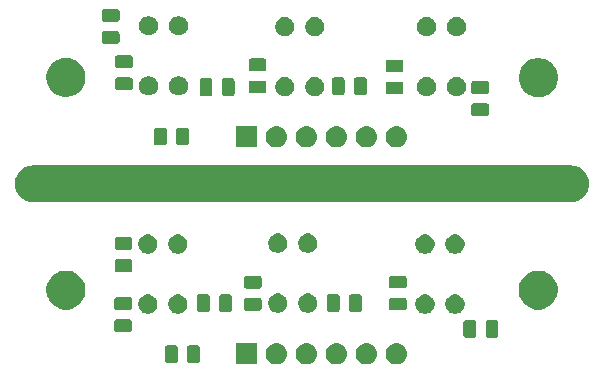
<source format=gts>
G04 #@! TF.GenerationSoftware,KiCad,Pcbnew,(6.0.0-rc1-dev-1521-g81a0ab4d7)*
G04 #@! TF.CreationDate,2019-02-16T01:33:36+09:00
G04 #@! TF.ProjectId,Linesens_mini,4c696e65-7365-46e7-935f-6d696e692e6b,rev?*
G04 #@! TF.SameCoordinates,Original*
G04 #@! TF.FileFunction,Soldermask,Top*
G04 #@! TF.FilePolarity,Negative*
%FSLAX46Y46*%
G04 Gerber Fmt 4.6, Leading zero omitted, Abs format (unit mm)*
G04 Created by KiCad (PCBNEW (6.0.0-rc1-dev-1521-g81a0ab4d7)) date 02/16/19 01:33:36*
%MOMM*%
%LPD*%
G04 APERTURE LIST*
%ADD10C,0.100000*%
G04 APERTURE END LIST*
D10*
G36*
X96085443Y-86505519D02*
G01*
X96151627Y-86512037D01*
X96264853Y-86546384D01*
X96321467Y-86563557D01*
X96460087Y-86637652D01*
X96477991Y-86647222D01*
X96513729Y-86676552D01*
X96615186Y-86759814D01*
X96698448Y-86861271D01*
X96727778Y-86897009D01*
X96727779Y-86897011D01*
X96811443Y-87053533D01*
X96811443Y-87053534D01*
X96862963Y-87223373D01*
X96880359Y-87400000D01*
X96862963Y-87576627D01*
X96828616Y-87689853D01*
X96811443Y-87746467D01*
X96737348Y-87885087D01*
X96727778Y-87902991D01*
X96698448Y-87938729D01*
X96615186Y-88040186D01*
X96517910Y-88120017D01*
X96477991Y-88152778D01*
X96477989Y-88152779D01*
X96321467Y-88236443D01*
X96264853Y-88253616D01*
X96151627Y-88287963D01*
X96085443Y-88294481D01*
X96019260Y-88301000D01*
X95930740Y-88301000D01*
X95864557Y-88294481D01*
X95798373Y-88287963D01*
X95685147Y-88253616D01*
X95628533Y-88236443D01*
X95472011Y-88152779D01*
X95472009Y-88152778D01*
X95432090Y-88120017D01*
X95334814Y-88040186D01*
X95251552Y-87938729D01*
X95222222Y-87902991D01*
X95212652Y-87885087D01*
X95138557Y-87746467D01*
X95121384Y-87689853D01*
X95087037Y-87576627D01*
X95069641Y-87400000D01*
X95087037Y-87223373D01*
X95138557Y-87053534D01*
X95138557Y-87053533D01*
X95222221Y-86897011D01*
X95222222Y-86897009D01*
X95251552Y-86861271D01*
X95334814Y-86759814D01*
X95436271Y-86676552D01*
X95472009Y-86647222D01*
X95489913Y-86637652D01*
X95628533Y-86563557D01*
X95685147Y-86546384D01*
X95798373Y-86512037D01*
X95864557Y-86505519D01*
X95930740Y-86499000D01*
X96019260Y-86499000D01*
X96085443Y-86505519D01*
X96085443Y-86505519D01*
G37*
G36*
X93545443Y-86505519D02*
G01*
X93611627Y-86512037D01*
X93724853Y-86546384D01*
X93781467Y-86563557D01*
X93920087Y-86637652D01*
X93937991Y-86647222D01*
X93973729Y-86676552D01*
X94075186Y-86759814D01*
X94158448Y-86861271D01*
X94187778Y-86897009D01*
X94187779Y-86897011D01*
X94271443Y-87053533D01*
X94271443Y-87053534D01*
X94322963Y-87223373D01*
X94340359Y-87400000D01*
X94322963Y-87576627D01*
X94288616Y-87689853D01*
X94271443Y-87746467D01*
X94197348Y-87885087D01*
X94187778Y-87902991D01*
X94158448Y-87938729D01*
X94075186Y-88040186D01*
X93977910Y-88120017D01*
X93937991Y-88152778D01*
X93937989Y-88152779D01*
X93781467Y-88236443D01*
X93724853Y-88253616D01*
X93611627Y-88287963D01*
X93545443Y-88294481D01*
X93479260Y-88301000D01*
X93390740Y-88301000D01*
X93324557Y-88294481D01*
X93258373Y-88287963D01*
X93145147Y-88253616D01*
X93088533Y-88236443D01*
X92932011Y-88152779D01*
X92932009Y-88152778D01*
X92892090Y-88120017D01*
X92794814Y-88040186D01*
X92711552Y-87938729D01*
X92682222Y-87902991D01*
X92672652Y-87885087D01*
X92598557Y-87746467D01*
X92581384Y-87689853D01*
X92547037Y-87576627D01*
X92529641Y-87400000D01*
X92547037Y-87223373D01*
X92598557Y-87053534D01*
X92598557Y-87053533D01*
X92682221Y-86897011D01*
X92682222Y-86897009D01*
X92711552Y-86861271D01*
X92794814Y-86759814D01*
X92896271Y-86676552D01*
X92932009Y-86647222D01*
X92949913Y-86637652D01*
X93088533Y-86563557D01*
X93145147Y-86546384D01*
X93258373Y-86512037D01*
X93324557Y-86505519D01*
X93390740Y-86499000D01*
X93479260Y-86499000D01*
X93545443Y-86505519D01*
X93545443Y-86505519D01*
G37*
G36*
X84176000Y-88301000D02*
G01*
X82374000Y-88301000D01*
X82374000Y-86499000D01*
X84176000Y-86499000D01*
X84176000Y-88301000D01*
X84176000Y-88301000D01*
G37*
G36*
X85925443Y-86505519D02*
G01*
X85991627Y-86512037D01*
X86104853Y-86546384D01*
X86161467Y-86563557D01*
X86300087Y-86637652D01*
X86317991Y-86647222D01*
X86353729Y-86676552D01*
X86455186Y-86759814D01*
X86538448Y-86861271D01*
X86567778Y-86897009D01*
X86567779Y-86897011D01*
X86651443Y-87053533D01*
X86651443Y-87053534D01*
X86702963Y-87223373D01*
X86720359Y-87400000D01*
X86702963Y-87576627D01*
X86668616Y-87689853D01*
X86651443Y-87746467D01*
X86577348Y-87885087D01*
X86567778Y-87902991D01*
X86538448Y-87938729D01*
X86455186Y-88040186D01*
X86357910Y-88120017D01*
X86317991Y-88152778D01*
X86317989Y-88152779D01*
X86161467Y-88236443D01*
X86104853Y-88253616D01*
X85991627Y-88287963D01*
X85925443Y-88294481D01*
X85859260Y-88301000D01*
X85770740Y-88301000D01*
X85704557Y-88294481D01*
X85638373Y-88287963D01*
X85525147Y-88253616D01*
X85468533Y-88236443D01*
X85312011Y-88152779D01*
X85312009Y-88152778D01*
X85272090Y-88120017D01*
X85174814Y-88040186D01*
X85091552Y-87938729D01*
X85062222Y-87902991D01*
X85052652Y-87885087D01*
X84978557Y-87746467D01*
X84961384Y-87689853D01*
X84927037Y-87576627D01*
X84909641Y-87400000D01*
X84927037Y-87223373D01*
X84978557Y-87053534D01*
X84978557Y-87053533D01*
X85062221Y-86897011D01*
X85062222Y-86897009D01*
X85091552Y-86861271D01*
X85174814Y-86759814D01*
X85276271Y-86676552D01*
X85312009Y-86647222D01*
X85329913Y-86637652D01*
X85468533Y-86563557D01*
X85525147Y-86546384D01*
X85638373Y-86512037D01*
X85704557Y-86505519D01*
X85770740Y-86499000D01*
X85859260Y-86499000D01*
X85925443Y-86505519D01*
X85925443Y-86505519D01*
G37*
G36*
X91005443Y-86505519D02*
G01*
X91071627Y-86512037D01*
X91184853Y-86546384D01*
X91241467Y-86563557D01*
X91380087Y-86637652D01*
X91397991Y-86647222D01*
X91433729Y-86676552D01*
X91535186Y-86759814D01*
X91618448Y-86861271D01*
X91647778Y-86897009D01*
X91647779Y-86897011D01*
X91731443Y-87053533D01*
X91731443Y-87053534D01*
X91782963Y-87223373D01*
X91800359Y-87400000D01*
X91782963Y-87576627D01*
X91748616Y-87689853D01*
X91731443Y-87746467D01*
X91657348Y-87885087D01*
X91647778Y-87902991D01*
X91618448Y-87938729D01*
X91535186Y-88040186D01*
X91437910Y-88120017D01*
X91397991Y-88152778D01*
X91397989Y-88152779D01*
X91241467Y-88236443D01*
X91184853Y-88253616D01*
X91071627Y-88287963D01*
X91005443Y-88294481D01*
X90939260Y-88301000D01*
X90850740Y-88301000D01*
X90784557Y-88294481D01*
X90718373Y-88287963D01*
X90605147Y-88253616D01*
X90548533Y-88236443D01*
X90392011Y-88152779D01*
X90392009Y-88152778D01*
X90352090Y-88120017D01*
X90254814Y-88040186D01*
X90171552Y-87938729D01*
X90142222Y-87902991D01*
X90132652Y-87885087D01*
X90058557Y-87746467D01*
X90041384Y-87689853D01*
X90007037Y-87576627D01*
X89989641Y-87400000D01*
X90007037Y-87223373D01*
X90058557Y-87053534D01*
X90058557Y-87053533D01*
X90142221Y-86897011D01*
X90142222Y-86897009D01*
X90171552Y-86861271D01*
X90254814Y-86759814D01*
X90356271Y-86676552D01*
X90392009Y-86647222D01*
X90409913Y-86637652D01*
X90548533Y-86563557D01*
X90605147Y-86546384D01*
X90718373Y-86512037D01*
X90784557Y-86505519D01*
X90850740Y-86499000D01*
X90939260Y-86499000D01*
X91005443Y-86505519D01*
X91005443Y-86505519D01*
G37*
G36*
X88465443Y-86505519D02*
G01*
X88531627Y-86512037D01*
X88644853Y-86546384D01*
X88701467Y-86563557D01*
X88840087Y-86637652D01*
X88857991Y-86647222D01*
X88893729Y-86676552D01*
X88995186Y-86759814D01*
X89078448Y-86861271D01*
X89107778Y-86897009D01*
X89107779Y-86897011D01*
X89191443Y-87053533D01*
X89191443Y-87053534D01*
X89242963Y-87223373D01*
X89260359Y-87400000D01*
X89242963Y-87576627D01*
X89208616Y-87689853D01*
X89191443Y-87746467D01*
X89117348Y-87885087D01*
X89107778Y-87902991D01*
X89078448Y-87938729D01*
X88995186Y-88040186D01*
X88897910Y-88120017D01*
X88857991Y-88152778D01*
X88857989Y-88152779D01*
X88701467Y-88236443D01*
X88644853Y-88253616D01*
X88531627Y-88287963D01*
X88465443Y-88294481D01*
X88399260Y-88301000D01*
X88310740Y-88301000D01*
X88244557Y-88294481D01*
X88178373Y-88287963D01*
X88065147Y-88253616D01*
X88008533Y-88236443D01*
X87852011Y-88152779D01*
X87852009Y-88152778D01*
X87812090Y-88120017D01*
X87714814Y-88040186D01*
X87631552Y-87938729D01*
X87602222Y-87902991D01*
X87592652Y-87885087D01*
X87518557Y-87746467D01*
X87501384Y-87689853D01*
X87467037Y-87576627D01*
X87449641Y-87400000D01*
X87467037Y-87223373D01*
X87518557Y-87053534D01*
X87518557Y-87053533D01*
X87602221Y-86897011D01*
X87602222Y-86897009D01*
X87631552Y-86861271D01*
X87714814Y-86759814D01*
X87816271Y-86676552D01*
X87852009Y-86647222D01*
X87869913Y-86637652D01*
X88008533Y-86563557D01*
X88065147Y-86546384D01*
X88178373Y-86512037D01*
X88244557Y-86505519D01*
X88310740Y-86499000D01*
X88399260Y-86499000D01*
X88465443Y-86505519D01*
X88465443Y-86505519D01*
G37*
G36*
X77294466Y-86683565D02*
G01*
X77333137Y-86695296D01*
X77368779Y-86714348D01*
X77400017Y-86739983D01*
X77425652Y-86771221D01*
X77444704Y-86806863D01*
X77456435Y-86845534D01*
X77461000Y-86891888D01*
X77461000Y-87968112D01*
X77456435Y-88014466D01*
X77444704Y-88053137D01*
X77425652Y-88088779D01*
X77400017Y-88120017D01*
X77368779Y-88145652D01*
X77333137Y-88164704D01*
X77294466Y-88176435D01*
X77248112Y-88181000D01*
X76596888Y-88181000D01*
X76550534Y-88176435D01*
X76511863Y-88164704D01*
X76476221Y-88145652D01*
X76444983Y-88120017D01*
X76419348Y-88088779D01*
X76400296Y-88053137D01*
X76388565Y-88014466D01*
X76384000Y-87968112D01*
X76384000Y-86891888D01*
X76388565Y-86845534D01*
X76400296Y-86806863D01*
X76419348Y-86771221D01*
X76444983Y-86739983D01*
X76476221Y-86714348D01*
X76511863Y-86695296D01*
X76550534Y-86683565D01*
X76596888Y-86679000D01*
X77248112Y-86679000D01*
X77294466Y-86683565D01*
X77294466Y-86683565D01*
G37*
G36*
X79169466Y-86683565D02*
G01*
X79208137Y-86695296D01*
X79243779Y-86714348D01*
X79275017Y-86739983D01*
X79300652Y-86771221D01*
X79319704Y-86806863D01*
X79331435Y-86845534D01*
X79336000Y-86891888D01*
X79336000Y-87968112D01*
X79331435Y-88014466D01*
X79319704Y-88053137D01*
X79300652Y-88088779D01*
X79275017Y-88120017D01*
X79243779Y-88145652D01*
X79208137Y-88164704D01*
X79169466Y-88176435D01*
X79123112Y-88181000D01*
X78471888Y-88181000D01*
X78425534Y-88176435D01*
X78386863Y-88164704D01*
X78351221Y-88145652D01*
X78319983Y-88120017D01*
X78294348Y-88088779D01*
X78275296Y-88053137D01*
X78263565Y-88014466D01*
X78259000Y-87968112D01*
X78259000Y-86891888D01*
X78263565Y-86845534D01*
X78275296Y-86806863D01*
X78294348Y-86771221D01*
X78319983Y-86739983D01*
X78351221Y-86714348D01*
X78386863Y-86695296D01*
X78425534Y-86683565D01*
X78471888Y-86679000D01*
X79123112Y-86679000D01*
X79169466Y-86683565D01*
X79169466Y-86683565D01*
G37*
G36*
X102571966Y-84533565D02*
G01*
X102610637Y-84545296D01*
X102646279Y-84564348D01*
X102677517Y-84589983D01*
X102703152Y-84621221D01*
X102722204Y-84656863D01*
X102733935Y-84695534D01*
X102738500Y-84741888D01*
X102738500Y-85818112D01*
X102733935Y-85864466D01*
X102722204Y-85903137D01*
X102703152Y-85938779D01*
X102677517Y-85970017D01*
X102646279Y-85995652D01*
X102610637Y-86014704D01*
X102571966Y-86026435D01*
X102525612Y-86031000D01*
X101874388Y-86031000D01*
X101828034Y-86026435D01*
X101789363Y-86014704D01*
X101753721Y-85995652D01*
X101722483Y-85970017D01*
X101696848Y-85938779D01*
X101677796Y-85903137D01*
X101666065Y-85864466D01*
X101661500Y-85818112D01*
X101661500Y-84741888D01*
X101666065Y-84695534D01*
X101677796Y-84656863D01*
X101696848Y-84621221D01*
X101722483Y-84589983D01*
X101753721Y-84564348D01*
X101789363Y-84545296D01*
X101828034Y-84533565D01*
X101874388Y-84529000D01*
X102525612Y-84529000D01*
X102571966Y-84533565D01*
X102571966Y-84533565D01*
G37*
G36*
X104446966Y-84533565D02*
G01*
X104485637Y-84545296D01*
X104521279Y-84564348D01*
X104552517Y-84589983D01*
X104578152Y-84621221D01*
X104597204Y-84656863D01*
X104608935Y-84695534D01*
X104613500Y-84741888D01*
X104613500Y-85818112D01*
X104608935Y-85864466D01*
X104597204Y-85903137D01*
X104578152Y-85938779D01*
X104552517Y-85970017D01*
X104521279Y-85995652D01*
X104485637Y-86014704D01*
X104446966Y-86026435D01*
X104400612Y-86031000D01*
X103749388Y-86031000D01*
X103703034Y-86026435D01*
X103664363Y-86014704D01*
X103628721Y-85995652D01*
X103597483Y-85970017D01*
X103571848Y-85938779D01*
X103552796Y-85903137D01*
X103541065Y-85864466D01*
X103536500Y-85818112D01*
X103536500Y-84741888D01*
X103541065Y-84695534D01*
X103552796Y-84656863D01*
X103571848Y-84621221D01*
X103597483Y-84589983D01*
X103628721Y-84564348D01*
X103664363Y-84545296D01*
X103703034Y-84533565D01*
X103749388Y-84529000D01*
X104400612Y-84529000D01*
X104446966Y-84533565D01*
X104446966Y-84533565D01*
G37*
G36*
X73434466Y-84491065D02*
G01*
X73473137Y-84502796D01*
X73508779Y-84521848D01*
X73540017Y-84547483D01*
X73565652Y-84578721D01*
X73584704Y-84614363D01*
X73596435Y-84653034D01*
X73601000Y-84699388D01*
X73601000Y-85350612D01*
X73596435Y-85396966D01*
X73584704Y-85435637D01*
X73565652Y-85471279D01*
X73540017Y-85502517D01*
X73508779Y-85528152D01*
X73473137Y-85547204D01*
X73434466Y-85558935D01*
X73388112Y-85563500D01*
X72311888Y-85563500D01*
X72265534Y-85558935D01*
X72226863Y-85547204D01*
X72191221Y-85528152D01*
X72159983Y-85502517D01*
X72134348Y-85471279D01*
X72115296Y-85435637D01*
X72103565Y-85396966D01*
X72099000Y-85350612D01*
X72099000Y-84699388D01*
X72103565Y-84653034D01*
X72115296Y-84614363D01*
X72134348Y-84578721D01*
X72159983Y-84547483D01*
X72191221Y-84521848D01*
X72226863Y-84502796D01*
X72265534Y-84491065D01*
X72311888Y-84486500D01*
X73388112Y-84486500D01*
X73434466Y-84491065D01*
X73434466Y-84491065D01*
G37*
G36*
X75181182Y-82401297D02*
G01*
X75329142Y-82462585D01*
X75396170Y-82507372D01*
X75462297Y-82551556D01*
X75575539Y-82664798D01*
X75596973Y-82696877D01*
X75664510Y-82797953D01*
X75725798Y-82945913D01*
X75757040Y-83102980D01*
X75757040Y-83263130D01*
X75725798Y-83420197D01*
X75687863Y-83511778D01*
X75667075Y-83561966D01*
X75664510Y-83568157D01*
X75631114Y-83618137D01*
X75575539Y-83701312D01*
X75462297Y-83814554D01*
X75448869Y-83823526D01*
X75329142Y-83903525D01*
X75181182Y-83964813D01*
X75024115Y-83996055D01*
X74863965Y-83996055D01*
X74706898Y-83964813D01*
X74558938Y-83903525D01*
X74439211Y-83823526D01*
X74425783Y-83814554D01*
X74312541Y-83701312D01*
X74256966Y-83618137D01*
X74223570Y-83568157D01*
X74221006Y-83561966D01*
X74200217Y-83511778D01*
X74162282Y-83420197D01*
X74131040Y-83263130D01*
X74131040Y-83102980D01*
X74162282Y-82945913D01*
X74223570Y-82797953D01*
X74291107Y-82696877D01*
X74312541Y-82664798D01*
X74425783Y-82551556D01*
X74491910Y-82507372D01*
X74558938Y-82462585D01*
X74706898Y-82401297D01*
X74863965Y-82370055D01*
X75024115Y-82370055D01*
X75181182Y-82401297D01*
X75181182Y-82401297D01*
G37*
G36*
X77721182Y-82401297D02*
G01*
X77869142Y-82462585D01*
X77936170Y-82507372D01*
X78002297Y-82551556D01*
X78115539Y-82664798D01*
X78136973Y-82696877D01*
X78204510Y-82797953D01*
X78265798Y-82945913D01*
X78297040Y-83102980D01*
X78297040Y-83263130D01*
X78265798Y-83420197D01*
X78227863Y-83511778D01*
X78207075Y-83561966D01*
X78204510Y-83568157D01*
X78171114Y-83618137D01*
X78115539Y-83701312D01*
X78002297Y-83814554D01*
X77988869Y-83823526D01*
X77869142Y-83903525D01*
X77721182Y-83964813D01*
X77564115Y-83996055D01*
X77403965Y-83996055D01*
X77246898Y-83964813D01*
X77098938Y-83903525D01*
X76979211Y-83823526D01*
X76965783Y-83814554D01*
X76852541Y-83701312D01*
X76796966Y-83618137D01*
X76763570Y-83568157D01*
X76761006Y-83561966D01*
X76740217Y-83511778D01*
X76702282Y-83420197D01*
X76671040Y-83263130D01*
X76671040Y-83102980D01*
X76702282Y-82945913D01*
X76763570Y-82797953D01*
X76831107Y-82696877D01*
X76852541Y-82664798D01*
X76965783Y-82551556D01*
X77031910Y-82507372D01*
X77098938Y-82462585D01*
X77246898Y-82401297D01*
X77403965Y-82370055D01*
X77564115Y-82370055D01*
X77721182Y-82401297D01*
X77721182Y-82401297D01*
G37*
G36*
X98641182Y-82401297D02*
G01*
X98789142Y-82462585D01*
X98856170Y-82507372D01*
X98922297Y-82551556D01*
X99035539Y-82664798D01*
X99056973Y-82696877D01*
X99124510Y-82797953D01*
X99185798Y-82945913D01*
X99217040Y-83102980D01*
X99217040Y-83263130D01*
X99185798Y-83420197D01*
X99147863Y-83511778D01*
X99127075Y-83561966D01*
X99124510Y-83568157D01*
X99091114Y-83618137D01*
X99035539Y-83701312D01*
X98922297Y-83814554D01*
X98908869Y-83823526D01*
X98789142Y-83903525D01*
X98641182Y-83964813D01*
X98484115Y-83996055D01*
X98323965Y-83996055D01*
X98166898Y-83964813D01*
X98018938Y-83903525D01*
X97899211Y-83823526D01*
X97885783Y-83814554D01*
X97772541Y-83701312D01*
X97716966Y-83618137D01*
X97683570Y-83568157D01*
X97681006Y-83561966D01*
X97660217Y-83511778D01*
X97622282Y-83420197D01*
X97591040Y-83263130D01*
X97591040Y-83102980D01*
X97622282Y-82945913D01*
X97683570Y-82797953D01*
X97751107Y-82696877D01*
X97772541Y-82664798D01*
X97885783Y-82551556D01*
X97951910Y-82507372D01*
X98018938Y-82462585D01*
X98166898Y-82401297D01*
X98323965Y-82370055D01*
X98484115Y-82370055D01*
X98641182Y-82401297D01*
X98641182Y-82401297D01*
G37*
G36*
X101181182Y-82401297D02*
G01*
X101329142Y-82462585D01*
X101396170Y-82507372D01*
X101462297Y-82551556D01*
X101575539Y-82664798D01*
X101596973Y-82696877D01*
X101664510Y-82797953D01*
X101725798Y-82945913D01*
X101757040Y-83102980D01*
X101757040Y-83263130D01*
X101725798Y-83420197D01*
X101687863Y-83511778D01*
X101667075Y-83561966D01*
X101664510Y-83568157D01*
X101631114Y-83618137D01*
X101575539Y-83701312D01*
X101462297Y-83814554D01*
X101448869Y-83823526D01*
X101329142Y-83903525D01*
X101181182Y-83964813D01*
X101024115Y-83996055D01*
X100863965Y-83996055D01*
X100706898Y-83964813D01*
X100558938Y-83903525D01*
X100439211Y-83823526D01*
X100425783Y-83814554D01*
X100312541Y-83701312D01*
X100256966Y-83618137D01*
X100223570Y-83568157D01*
X100221006Y-83561966D01*
X100200217Y-83511778D01*
X100162282Y-83420197D01*
X100131040Y-83263130D01*
X100131040Y-83102980D01*
X100162282Y-82945913D01*
X100223570Y-82797953D01*
X100291107Y-82696877D01*
X100312541Y-82664798D01*
X100425783Y-82551556D01*
X100491910Y-82507372D01*
X100558938Y-82462585D01*
X100706898Y-82401297D01*
X100863965Y-82370055D01*
X101024115Y-82370055D01*
X101181182Y-82401297D01*
X101181182Y-82401297D01*
G37*
G36*
X86181182Y-82321297D02*
G01*
X86329142Y-82382585D01*
X86336396Y-82387432D01*
X86462297Y-82471556D01*
X86575539Y-82584798D01*
X86596431Y-82616065D01*
X86662121Y-82714377D01*
X86664511Y-82717955D01*
X86678394Y-82751472D01*
X86725798Y-82865913D01*
X86757040Y-83022980D01*
X86757040Y-83183130D01*
X86725798Y-83340197D01*
X86664510Y-83488157D01*
X86641704Y-83522288D01*
X86575539Y-83621312D01*
X86462297Y-83734554D01*
X86436435Y-83751834D01*
X86329142Y-83823525D01*
X86329141Y-83823526D01*
X86329140Y-83823526D01*
X86304916Y-83833560D01*
X86181182Y-83884813D01*
X86024115Y-83916055D01*
X85863965Y-83916055D01*
X85706898Y-83884813D01*
X85583164Y-83833560D01*
X85558940Y-83823526D01*
X85558939Y-83823526D01*
X85558938Y-83823525D01*
X85451645Y-83751834D01*
X85425783Y-83734554D01*
X85312541Y-83621312D01*
X85246376Y-83522288D01*
X85223570Y-83488157D01*
X85162282Y-83340197D01*
X85131040Y-83183130D01*
X85131040Y-83022980D01*
X85162282Y-82865913D01*
X85209686Y-82751472D01*
X85223569Y-82717955D01*
X85225960Y-82714377D01*
X85291649Y-82616065D01*
X85312541Y-82584798D01*
X85425783Y-82471556D01*
X85551684Y-82387432D01*
X85558938Y-82382585D01*
X85706898Y-82321297D01*
X85863965Y-82290055D01*
X86024115Y-82290055D01*
X86181182Y-82321297D01*
X86181182Y-82321297D01*
G37*
G36*
X88721182Y-82321297D02*
G01*
X88869142Y-82382585D01*
X88876396Y-82387432D01*
X89002297Y-82471556D01*
X89115539Y-82584798D01*
X89136431Y-82616065D01*
X89202121Y-82714377D01*
X89204511Y-82717955D01*
X89218394Y-82751472D01*
X89265798Y-82865913D01*
X89297040Y-83022980D01*
X89297040Y-83183130D01*
X89265798Y-83340197D01*
X89204510Y-83488157D01*
X89181704Y-83522288D01*
X89115539Y-83621312D01*
X89002297Y-83734554D01*
X88976435Y-83751834D01*
X88869142Y-83823525D01*
X88869141Y-83823526D01*
X88869140Y-83823526D01*
X88844916Y-83833560D01*
X88721182Y-83884813D01*
X88564115Y-83916055D01*
X88403965Y-83916055D01*
X88246898Y-83884813D01*
X88123164Y-83833560D01*
X88098940Y-83823526D01*
X88098939Y-83823526D01*
X88098938Y-83823525D01*
X87991645Y-83751834D01*
X87965783Y-83734554D01*
X87852541Y-83621312D01*
X87786376Y-83522288D01*
X87763570Y-83488157D01*
X87702282Y-83340197D01*
X87671040Y-83183130D01*
X87671040Y-83022980D01*
X87702282Y-82865913D01*
X87749686Y-82751472D01*
X87763569Y-82717955D01*
X87765960Y-82714377D01*
X87831649Y-82616065D01*
X87852541Y-82584798D01*
X87965783Y-82471556D01*
X88091684Y-82387432D01*
X88098938Y-82382585D01*
X88246898Y-82321297D01*
X88403965Y-82290055D01*
X88564115Y-82290055D01*
X88721182Y-82321297D01*
X88721182Y-82321297D01*
G37*
G36*
X81886006Y-82356620D02*
G01*
X81924677Y-82368351D01*
X81960319Y-82387403D01*
X81991557Y-82413038D01*
X82017192Y-82444276D01*
X82036244Y-82479918D01*
X82047975Y-82518589D01*
X82052540Y-82564943D01*
X82052540Y-83641167D01*
X82047975Y-83687521D01*
X82036244Y-83726192D01*
X82017192Y-83761834D01*
X81991557Y-83793072D01*
X81960319Y-83818707D01*
X81924677Y-83837759D01*
X81886006Y-83849490D01*
X81839652Y-83854055D01*
X81188428Y-83854055D01*
X81142074Y-83849490D01*
X81103403Y-83837759D01*
X81067761Y-83818707D01*
X81036523Y-83793072D01*
X81010888Y-83761834D01*
X80991836Y-83726192D01*
X80980105Y-83687521D01*
X80975540Y-83641167D01*
X80975540Y-82564943D01*
X80980105Y-82518589D01*
X80991836Y-82479918D01*
X81010888Y-82444276D01*
X81036523Y-82413038D01*
X81067761Y-82387403D01*
X81103403Y-82368351D01*
X81142074Y-82356620D01*
X81188428Y-82352055D01*
X81839652Y-82352055D01*
X81886006Y-82356620D01*
X81886006Y-82356620D01*
G37*
G36*
X80011006Y-82356620D02*
G01*
X80049677Y-82368351D01*
X80085319Y-82387403D01*
X80116557Y-82413038D01*
X80142192Y-82444276D01*
X80161244Y-82479918D01*
X80172975Y-82518589D01*
X80177540Y-82564943D01*
X80177540Y-83641167D01*
X80172975Y-83687521D01*
X80161244Y-83726192D01*
X80142192Y-83761834D01*
X80116557Y-83793072D01*
X80085319Y-83818707D01*
X80049677Y-83837759D01*
X80011006Y-83849490D01*
X79964652Y-83854055D01*
X79313428Y-83854055D01*
X79267074Y-83849490D01*
X79228403Y-83837759D01*
X79192761Y-83818707D01*
X79161523Y-83793072D01*
X79135888Y-83761834D01*
X79116836Y-83726192D01*
X79105105Y-83687521D01*
X79100540Y-83641167D01*
X79100540Y-82564943D01*
X79105105Y-82518589D01*
X79116836Y-82479918D01*
X79135888Y-82444276D01*
X79161523Y-82413038D01*
X79192761Y-82387403D01*
X79228403Y-82368351D01*
X79267074Y-82356620D01*
X79313428Y-82352055D01*
X79964652Y-82352055D01*
X80011006Y-82356620D01*
X80011006Y-82356620D01*
G37*
G36*
X91011006Y-82346620D02*
G01*
X91049677Y-82358351D01*
X91085319Y-82377403D01*
X91116557Y-82403038D01*
X91142192Y-82434276D01*
X91161244Y-82469918D01*
X91172975Y-82508589D01*
X91177540Y-82554943D01*
X91177540Y-83631167D01*
X91172975Y-83677521D01*
X91161244Y-83716192D01*
X91142192Y-83751834D01*
X91116557Y-83783072D01*
X91085319Y-83808707D01*
X91049677Y-83827759D01*
X91011006Y-83839490D01*
X90964652Y-83844055D01*
X90313428Y-83844055D01*
X90267074Y-83839490D01*
X90228403Y-83827759D01*
X90192761Y-83808707D01*
X90161523Y-83783072D01*
X90135888Y-83751834D01*
X90116836Y-83716192D01*
X90105105Y-83677521D01*
X90100540Y-83631167D01*
X90100540Y-82554943D01*
X90105105Y-82508589D01*
X90116836Y-82469918D01*
X90135888Y-82434276D01*
X90161523Y-82403038D01*
X90192761Y-82377403D01*
X90228403Y-82358351D01*
X90267074Y-82346620D01*
X90313428Y-82342055D01*
X90964652Y-82342055D01*
X91011006Y-82346620D01*
X91011006Y-82346620D01*
G37*
G36*
X92886006Y-82346620D02*
G01*
X92924677Y-82358351D01*
X92960319Y-82377403D01*
X92991557Y-82403038D01*
X93017192Y-82434276D01*
X93036244Y-82469918D01*
X93047975Y-82508589D01*
X93052540Y-82554943D01*
X93052540Y-83631167D01*
X93047975Y-83677521D01*
X93036244Y-83716192D01*
X93017192Y-83751834D01*
X92991557Y-83783072D01*
X92960319Y-83808707D01*
X92924677Y-83827759D01*
X92886006Y-83839490D01*
X92839652Y-83844055D01*
X92188428Y-83844055D01*
X92142074Y-83839490D01*
X92103403Y-83827759D01*
X92067761Y-83808707D01*
X92036523Y-83783072D01*
X92010888Y-83751834D01*
X91991836Y-83716192D01*
X91980105Y-83677521D01*
X91975540Y-83631167D01*
X91975540Y-82554943D01*
X91980105Y-82508589D01*
X91991836Y-82469918D01*
X92010888Y-82434276D01*
X92036523Y-82403038D01*
X92067761Y-82377403D01*
X92103403Y-82358351D01*
X92142074Y-82346620D01*
X92188428Y-82342055D01*
X92839652Y-82342055D01*
X92886006Y-82346620D01*
X92886006Y-82346620D01*
G37*
G36*
X84404466Y-82673565D02*
G01*
X84443137Y-82685296D01*
X84478779Y-82704348D01*
X84510017Y-82729983D01*
X84535652Y-82761221D01*
X84554704Y-82796863D01*
X84566435Y-82835534D01*
X84571000Y-82881888D01*
X84571000Y-83533112D01*
X84566435Y-83579466D01*
X84554704Y-83618137D01*
X84535652Y-83653779D01*
X84510017Y-83685017D01*
X84478779Y-83710652D01*
X84443137Y-83729704D01*
X84404466Y-83741435D01*
X84358112Y-83746000D01*
X83281888Y-83746000D01*
X83235534Y-83741435D01*
X83196863Y-83729704D01*
X83161221Y-83710652D01*
X83129983Y-83685017D01*
X83104348Y-83653779D01*
X83085296Y-83618137D01*
X83073565Y-83579466D01*
X83069000Y-83533112D01*
X83069000Y-82881888D01*
X83073565Y-82835534D01*
X83085296Y-82796863D01*
X83104348Y-82761221D01*
X83129983Y-82729983D01*
X83161221Y-82704348D01*
X83196863Y-82685296D01*
X83235534Y-82673565D01*
X83281888Y-82669000D01*
X84358112Y-82669000D01*
X84404466Y-82673565D01*
X84404466Y-82673565D01*
G37*
G36*
X96684466Y-82656065D02*
G01*
X96723137Y-82667796D01*
X96758779Y-82686848D01*
X96790017Y-82712483D01*
X96815652Y-82743721D01*
X96834704Y-82779363D01*
X96846435Y-82818034D01*
X96851000Y-82864388D01*
X96851000Y-83515612D01*
X96846435Y-83561966D01*
X96834704Y-83600637D01*
X96815652Y-83636279D01*
X96790017Y-83667517D01*
X96758779Y-83693152D01*
X96723137Y-83712204D01*
X96684466Y-83723935D01*
X96638112Y-83728500D01*
X95561888Y-83728500D01*
X95515534Y-83723935D01*
X95476863Y-83712204D01*
X95441221Y-83693152D01*
X95409983Y-83667517D01*
X95384348Y-83636279D01*
X95365296Y-83600637D01*
X95353565Y-83561966D01*
X95349000Y-83515612D01*
X95349000Y-82864388D01*
X95353565Y-82818034D01*
X95365296Y-82779363D01*
X95384348Y-82743721D01*
X95409983Y-82712483D01*
X95441221Y-82686848D01*
X95476863Y-82667796D01*
X95515534Y-82656065D01*
X95561888Y-82651500D01*
X96638112Y-82651500D01*
X96684466Y-82656065D01*
X96684466Y-82656065D01*
G37*
G36*
X73434466Y-82616065D02*
G01*
X73473137Y-82627796D01*
X73508779Y-82646848D01*
X73540017Y-82672483D01*
X73565652Y-82703721D01*
X73584704Y-82739363D01*
X73596435Y-82778034D01*
X73601000Y-82824388D01*
X73601000Y-83475612D01*
X73596435Y-83521966D01*
X73584704Y-83560637D01*
X73565652Y-83596279D01*
X73540017Y-83627517D01*
X73508779Y-83653152D01*
X73473137Y-83672204D01*
X73434466Y-83683935D01*
X73388112Y-83688500D01*
X72311888Y-83688500D01*
X72265534Y-83683935D01*
X72226863Y-83672204D01*
X72191221Y-83653152D01*
X72159983Y-83627517D01*
X72134348Y-83596279D01*
X72115296Y-83560637D01*
X72103565Y-83521966D01*
X72099000Y-83475612D01*
X72099000Y-82824388D01*
X72103565Y-82778034D01*
X72115296Y-82739363D01*
X72134348Y-82703721D01*
X72159983Y-82672483D01*
X72191221Y-82646848D01*
X72226863Y-82627796D01*
X72265534Y-82616065D01*
X72311888Y-82611500D01*
X73388112Y-82611500D01*
X73434466Y-82616065D01*
X73434466Y-82616065D01*
G37*
G36*
X68366915Y-80389639D02*
G01*
X68481579Y-80412447D01*
X68782042Y-80536903D01*
X69048852Y-80715180D01*
X69052454Y-80717587D01*
X69282413Y-80947546D01*
X69463098Y-81217960D01*
X69587553Y-81518422D01*
X69651000Y-81837389D01*
X69651000Y-82162611D01*
X69619435Y-82321297D01*
X69587553Y-82481579D01*
X69463097Y-82782042D01*
X69302107Y-83022980D01*
X69282413Y-83052454D01*
X69052454Y-83282413D01*
X69052451Y-83282415D01*
X68782042Y-83463097D01*
X68782041Y-83463098D01*
X68782040Y-83463098D01*
X68751828Y-83475612D01*
X68481579Y-83587553D01*
X68437710Y-83596279D01*
X68162611Y-83651000D01*
X67837389Y-83651000D01*
X67562290Y-83596279D01*
X67518421Y-83587553D01*
X67248172Y-83475612D01*
X67217960Y-83463098D01*
X67217959Y-83463098D01*
X67217958Y-83463097D01*
X66947549Y-83282415D01*
X66947546Y-83282413D01*
X66717587Y-83052454D01*
X66697893Y-83022980D01*
X66536903Y-82782042D01*
X66412447Y-82481579D01*
X66380565Y-82321297D01*
X66349000Y-82162611D01*
X66349000Y-81837389D01*
X66412447Y-81518422D01*
X66536902Y-81217960D01*
X66717587Y-80947546D01*
X66947546Y-80717587D01*
X66951148Y-80715180D01*
X67217958Y-80536903D01*
X67518421Y-80412447D01*
X67633085Y-80389639D01*
X67837389Y-80349000D01*
X68162611Y-80349000D01*
X68366915Y-80389639D01*
X68366915Y-80389639D01*
G37*
G36*
X108356915Y-80389639D02*
G01*
X108471579Y-80412447D01*
X108772042Y-80536903D01*
X109038852Y-80715180D01*
X109042454Y-80717587D01*
X109272413Y-80947546D01*
X109453098Y-81217960D01*
X109577553Y-81518422D01*
X109641000Y-81837389D01*
X109641000Y-82162611D01*
X109609435Y-82321297D01*
X109577553Y-82481579D01*
X109453097Y-82782042D01*
X109292107Y-83022980D01*
X109272413Y-83052454D01*
X109042454Y-83282413D01*
X109042451Y-83282415D01*
X108772042Y-83463097D01*
X108772041Y-83463098D01*
X108772040Y-83463098D01*
X108741828Y-83475612D01*
X108471579Y-83587553D01*
X108427710Y-83596279D01*
X108152611Y-83651000D01*
X107827389Y-83651000D01*
X107552290Y-83596279D01*
X107508421Y-83587553D01*
X107238172Y-83475612D01*
X107207960Y-83463098D01*
X107207959Y-83463098D01*
X107207958Y-83463097D01*
X106937549Y-83282415D01*
X106937546Y-83282413D01*
X106707587Y-83052454D01*
X106687893Y-83022980D01*
X106526903Y-82782042D01*
X106402447Y-82481579D01*
X106370565Y-82321297D01*
X106339000Y-82162611D01*
X106339000Y-81837389D01*
X106402447Y-81518422D01*
X106526902Y-81217960D01*
X106707587Y-80947546D01*
X106937546Y-80717587D01*
X106941148Y-80715180D01*
X107207958Y-80536903D01*
X107508421Y-80412447D01*
X107623085Y-80389639D01*
X107827389Y-80349000D01*
X108152611Y-80349000D01*
X108356915Y-80389639D01*
X108356915Y-80389639D01*
G37*
G36*
X84404466Y-80798565D02*
G01*
X84443137Y-80810296D01*
X84478779Y-80829348D01*
X84510017Y-80854983D01*
X84535652Y-80886221D01*
X84554704Y-80921863D01*
X84566435Y-80960534D01*
X84571000Y-81006888D01*
X84571000Y-81658112D01*
X84566435Y-81704466D01*
X84554704Y-81743137D01*
X84535652Y-81778779D01*
X84510017Y-81810017D01*
X84478779Y-81835652D01*
X84443137Y-81854704D01*
X84404466Y-81866435D01*
X84358112Y-81871000D01*
X83281888Y-81871000D01*
X83235534Y-81866435D01*
X83196863Y-81854704D01*
X83161221Y-81835652D01*
X83129983Y-81810017D01*
X83104348Y-81778779D01*
X83085296Y-81743137D01*
X83073565Y-81704466D01*
X83069000Y-81658112D01*
X83069000Y-81006888D01*
X83073565Y-80960534D01*
X83085296Y-80921863D01*
X83104348Y-80886221D01*
X83129983Y-80854983D01*
X83161221Y-80829348D01*
X83196863Y-80810296D01*
X83235534Y-80798565D01*
X83281888Y-80794000D01*
X84358112Y-80794000D01*
X84404466Y-80798565D01*
X84404466Y-80798565D01*
G37*
G36*
X96684466Y-80781065D02*
G01*
X96723137Y-80792796D01*
X96758779Y-80811848D01*
X96790017Y-80837483D01*
X96815652Y-80868721D01*
X96834704Y-80904363D01*
X96846435Y-80943034D01*
X96851000Y-80989388D01*
X96851000Y-81640612D01*
X96846435Y-81686966D01*
X96834704Y-81725637D01*
X96815652Y-81761279D01*
X96790017Y-81792517D01*
X96758779Y-81818152D01*
X96723137Y-81837204D01*
X96684466Y-81848935D01*
X96638112Y-81853500D01*
X95561888Y-81853500D01*
X95515534Y-81848935D01*
X95476863Y-81837204D01*
X95441221Y-81818152D01*
X95409983Y-81792517D01*
X95384348Y-81761279D01*
X95365296Y-81725637D01*
X95353565Y-81686966D01*
X95349000Y-81640612D01*
X95349000Y-80989388D01*
X95353565Y-80943034D01*
X95365296Y-80904363D01*
X95384348Y-80868721D01*
X95409983Y-80837483D01*
X95441221Y-80811848D01*
X95476863Y-80792796D01*
X95515534Y-80781065D01*
X95561888Y-80776500D01*
X96638112Y-80776500D01*
X96684466Y-80781065D01*
X96684466Y-80781065D01*
G37*
G36*
X73454466Y-79396065D02*
G01*
X73493137Y-79407796D01*
X73528779Y-79426848D01*
X73560017Y-79452483D01*
X73585652Y-79483721D01*
X73604704Y-79519363D01*
X73616435Y-79558034D01*
X73621000Y-79604388D01*
X73621000Y-80255612D01*
X73616435Y-80301966D01*
X73604704Y-80340637D01*
X73585652Y-80376279D01*
X73560017Y-80407517D01*
X73528779Y-80433152D01*
X73493137Y-80452204D01*
X73454466Y-80463935D01*
X73408112Y-80468500D01*
X72331888Y-80468500D01*
X72285534Y-80463935D01*
X72246863Y-80452204D01*
X72211221Y-80433152D01*
X72179983Y-80407517D01*
X72154348Y-80376279D01*
X72135296Y-80340637D01*
X72123565Y-80301966D01*
X72119000Y-80255612D01*
X72119000Y-79604388D01*
X72123565Y-79558034D01*
X72135296Y-79519363D01*
X72154348Y-79483721D01*
X72179983Y-79452483D01*
X72211221Y-79426848D01*
X72246863Y-79407796D01*
X72285534Y-79396065D01*
X72331888Y-79391500D01*
X73408112Y-79391500D01*
X73454466Y-79396065D01*
X73454466Y-79396065D01*
G37*
G36*
X75181182Y-77321297D02*
G01*
X75329142Y-77382585D01*
X75462298Y-77471557D01*
X75575538Y-77584797D01*
X75664510Y-77717953D01*
X75725798Y-77865913D01*
X75757040Y-78022980D01*
X75757040Y-78183130D01*
X75725798Y-78340197D01*
X75664510Y-78488157D01*
X75628993Y-78541312D01*
X75575539Y-78621312D01*
X75462297Y-78734554D01*
X75448869Y-78743526D01*
X75329142Y-78823525D01*
X75181182Y-78884813D01*
X75024115Y-78916055D01*
X74863965Y-78916055D01*
X74706898Y-78884813D01*
X74558938Y-78823525D01*
X74439211Y-78743526D01*
X74425783Y-78734554D01*
X74312541Y-78621312D01*
X74259087Y-78541312D01*
X74223570Y-78488157D01*
X74162282Y-78340197D01*
X74131040Y-78183130D01*
X74131040Y-78022980D01*
X74162282Y-77865913D01*
X74223570Y-77717953D01*
X74312542Y-77584797D01*
X74425782Y-77471557D01*
X74558938Y-77382585D01*
X74706898Y-77321297D01*
X74863965Y-77290055D01*
X75024115Y-77290055D01*
X75181182Y-77321297D01*
X75181182Y-77321297D01*
G37*
G36*
X77721182Y-77321297D02*
G01*
X77869142Y-77382585D01*
X78002298Y-77471557D01*
X78115538Y-77584797D01*
X78204510Y-77717953D01*
X78265798Y-77865913D01*
X78297040Y-78022980D01*
X78297040Y-78183130D01*
X78265798Y-78340197D01*
X78204510Y-78488157D01*
X78168993Y-78541312D01*
X78115539Y-78621312D01*
X78002297Y-78734554D01*
X77988869Y-78743526D01*
X77869142Y-78823525D01*
X77721182Y-78884813D01*
X77564115Y-78916055D01*
X77403965Y-78916055D01*
X77246898Y-78884813D01*
X77098938Y-78823525D01*
X76979211Y-78743526D01*
X76965783Y-78734554D01*
X76852541Y-78621312D01*
X76799087Y-78541312D01*
X76763570Y-78488157D01*
X76702282Y-78340197D01*
X76671040Y-78183130D01*
X76671040Y-78022980D01*
X76702282Y-77865913D01*
X76763570Y-77717953D01*
X76852542Y-77584797D01*
X76965782Y-77471557D01*
X77098938Y-77382585D01*
X77246898Y-77321297D01*
X77403965Y-77290055D01*
X77564115Y-77290055D01*
X77721182Y-77321297D01*
X77721182Y-77321297D01*
G37*
G36*
X101181182Y-77321297D02*
G01*
X101329142Y-77382585D01*
X101462298Y-77471557D01*
X101575538Y-77584797D01*
X101664510Y-77717953D01*
X101725798Y-77865913D01*
X101757040Y-78022980D01*
X101757040Y-78183130D01*
X101725798Y-78340197D01*
X101664510Y-78488157D01*
X101628993Y-78541312D01*
X101575539Y-78621312D01*
X101462297Y-78734554D01*
X101448869Y-78743526D01*
X101329142Y-78823525D01*
X101181182Y-78884813D01*
X101024115Y-78916055D01*
X100863965Y-78916055D01*
X100706898Y-78884813D01*
X100558938Y-78823525D01*
X100439211Y-78743526D01*
X100425783Y-78734554D01*
X100312541Y-78621312D01*
X100259087Y-78541312D01*
X100223570Y-78488157D01*
X100162282Y-78340197D01*
X100131040Y-78183130D01*
X100131040Y-78022980D01*
X100162282Y-77865913D01*
X100223570Y-77717953D01*
X100312542Y-77584797D01*
X100425782Y-77471557D01*
X100558938Y-77382585D01*
X100706898Y-77321297D01*
X100863965Y-77290055D01*
X101024115Y-77290055D01*
X101181182Y-77321297D01*
X101181182Y-77321297D01*
G37*
G36*
X98641182Y-77321297D02*
G01*
X98789142Y-77382585D01*
X98922298Y-77471557D01*
X99035538Y-77584797D01*
X99124510Y-77717953D01*
X99185798Y-77865913D01*
X99217040Y-78022980D01*
X99217040Y-78183130D01*
X99185798Y-78340197D01*
X99124510Y-78488157D01*
X99088993Y-78541312D01*
X99035539Y-78621312D01*
X98922297Y-78734554D01*
X98908869Y-78743526D01*
X98789142Y-78823525D01*
X98641182Y-78884813D01*
X98484115Y-78916055D01*
X98323965Y-78916055D01*
X98166898Y-78884813D01*
X98018938Y-78823525D01*
X97899211Y-78743526D01*
X97885783Y-78734554D01*
X97772541Y-78621312D01*
X97719087Y-78541312D01*
X97683570Y-78488157D01*
X97622282Y-78340197D01*
X97591040Y-78183130D01*
X97591040Y-78022980D01*
X97622282Y-77865913D01*
X97683570Y-77717953D01*
X97772542Y-77584797D01*
X97885782Y-77471557D01*
X98018938Y-77382585D01*
X98166898Y-77321297D01*
X98323965Y-77290055D01*
X98484115Y-77290055D01*
X98641182Y-77321297D01*
X98641182Y-77321297D01*
G37*
G36*
X88721182Y-77241297D02*
G01*
X88869142Y-77302585D01*
X88897146Y-77321297D01*
X89002297Y-77391556D01*
X89115539Y-77504798D01*
X89153678Y-77561877D01*
X89204510Y-77637953D01*
X89265798Y-77785913D01*
X89297040Y-77942980D01*
X89297040Y-78103130D01*
X89265798Y-78260197D01*
X89239266Y-78324250D01*
X89204511Y-78408155D01*
X89121416Y-78532517D01*
X89115538Y-78541313D01*
X89002298Y-78654553D01*
X88869142Y-78743525D01*
X88721182Y-78804813D01*
X88564115Y-78836055D01*
X88403965Y-78836055D01*
X88246898Y-78804813D01*
X88098938Y-78743525D01*
X87965782Y-78654553D01*
X87852542Y-78541313D01*
X87846665Y-78532517D01*
X87763569Y-78408155D01*
X87728814Y-78324250D01*
X87702282Y-78260197D01*
X87671040Y-78103130D01*
X87671040Y-77942980D01*
X87702282Y-77785913D01*
X87763570Y-77637953D01*
X87814402Y-77561877D01*
X87852541Y-77504798D01*
X87965783Y-77391556D01*
X88070934Y-77321297D01*
X88098938Y-77302585D01*
X88246898Y-77241297D01*
X88403965Y-77210055D01*
X88564115Y-77210055D01*
X88721182Y-77241297D01*
X88721182Y-77241297D01*
G37*
G36*
X86181182Y-77241297D02*
G01*
X86329142Y-77302585D01*
X86357146Y-77321297D01*
X86462297Y-77391556D01*
X86575539Y-77504798D01*
X86613678Y-77561877D01*
X86664510Y-77637953D01*
X86725798Y-77785913D01*
X86757040Y-77942980D01*
X86757040Y-78103130D01*
X86725798Y-78260197D01*
X86699266Y-78324250D01*
X86664511Y-78408155D01*
X86581416Y-78532517D01*
X86575538Y-78541313D01*
X86462298Y-78654553D01*
X86329142Y-78743525D01*
X86181182Y-78804813D01*
X86024115Y-78836055D01*
X85863965Y-78836055D01*
X85706898Y-78804813D01*
X85558938Y-78743525D01*
X85425782Y-78654553D01*
X85312542Y-78541313D01*
X85306665Y-78532517D01*
X85223569Y-78408155D01*
X85188814Y-78324250D01*
X85162282Y-78260197D01*
X85131040Y-78103130D01*
X85131040Y-77942980D01*
X85162282Y-77785913D01*
X85223570Y-77637953D01*
X85274402Y-77561877D01*
X85312541Y-77504798D01*
X85425783Y-77391556D01*
X85530934Y-77321297D01*
X85558938Y-77302585D01*
X85706898Y-77241297D01*
X85863965Y-77210055D01*
X86024115Y-77210055D01*
X86181182Y-77241297D01*
X86181182Y-77241297D01*
G37*
G36*
X73454466Y-77521065D02*
G01*
X73493137Y-77532796D01*
X73528779Y-77551848D01*
X73560017Y-77577483D01*
X73585652Y-77608721D01*
X73604704Y-77644363D01*
X73616435Y-77683034D01*
X73621000Y-77729388D01*
X73621000Y-78380612D01*
X73616435Y-78426966D01*
X73604704Y-78465637D01*
X73585652Y-78501279D01*
X73560017Y-78532517D01*
X73528779Y-78558152D01*
X73493137Y-78577204D01*
X73454466Y-78588935D01*
X73408112Y-78593500D01*
X72331888Y-78593500D01*
X72285534Y-78588935D01*
X72246863Y-78577204D01*
X72211221Y-78558152D01*
X72179983Y-78532517D01*
X72154348Y-78501279D01*
X72135296Y-78465637D01*
X72123565Y-78426966D01*
X72119000Y-78380612D01*
X72119000Y-77729388D01*
X72123565Y-77683034D01*
X72135296Y-77644363D01*
X72154348Y-77608721D01*
X72179983Y-77577483D01*
X72211221Y-77551848D01*
X72246863Y-77532796D01*
X72285534Y-77521065D01*
X72331888Y-77516500D01*
X73408112Y-77516500D01*
X73454466Y-77521065D01*
X73454466Y-77521065D01*
G37*
G36*
X110902143Y-71456481D02*
G01*
X111054049Y-71471442D01*
X111248959Y-71530567D01*
X111346415Y-71560130D01*
X111444690Y-71612660D01*
X111615858Y-71704151D01*
X111852029Y-71897971D01*
X112045849Y-72134142D01*
X112137340Y-72305310D01*
X112189870Y-72403585D01*
X112189870Y-72403586D01*
X112278558Y-72695951D01*
X112308504Y-73000000D01*
X112278558Y-73304049D01*
X112219433Y-73498959D01*
X112189870Y-73596415D01*
X112137340Y-73694690D01*
X112045849Y-73865858D01*
X111852029Y-74102029D01*
X111615858Y-74295849D01*
X111444690Y-74387340D01*
X111346415Y-74439870D01*
X111248959Y-74469433D01*
X111054049Y-74528558D01*
X110902143Y-74543519D01*
X110826191Y-74551000D01*
X65173809Y-74551000D01*
X65097857Y-74543519D01*
X64945951Y-74528558D01*
X64751041Y-74469433D01*
X64653585Y-74439870D01*
X64555310Y-74387340D01*
X64384142Y-74295849D01*
X64147971Y-74102029D01*
X63954151Y-73865858D01*
X63862660Y-73694690D01*
X63810130Y-73596415D01*
X63780567Y-73498959D01*
X63721442Y-73304049D01*
X63691496Y-73000000D01*
X63721442Y-72695951D01*
X63810130Y-72403586D01*
X63810130Y-72403585D01*
X63862660Y-72305310D01*
X63954151Y-72134142D01*
X64147971Y-71897971D01*
X64384142Y-71704151D01*
X64555310Y-71612660D01*
X64653585Y-71560130D01*
X64751041Y-71530567D01*
X64945951Y-71471442D01*
X65097857Y-71456481D01*
X65173809Y-71449000D01*
X110826191Y-71449000D01*
X110902143Y-71456481D01*
X110902143Y-71456481D01*
G37*
G36*
X96085442Y-68130518D02*
G01*
X96151627Y-68137037D01*
X96264853Y-68171384D01*
X96321467Y-68188557D01*
X96444226Y-68254174D01*
X96477991Y-68272222D01*
X96492766Y-68284348D01*
X96615186Y-68384814D01*
X96678438Y-68461888D01*
X96727778Y-68522009D01*
X96727779Y-68522011D01*
X96811443Y-68678533D01*
X96811443Y-68678534D01*
X96862963Y-68848373D01*
X96880359Y-69025000D01*
X96862963Y-69201627D01*
X96828616Y-69314853D01*
X96811443Y-69371467D01*
X96752495Y-69481750D01*
X96727778Y-69527991D01*
X96698448Y-69563729D01*
X96615186Y-69665186D01*
X96516924Y-69745826D01*
X96477991Y-69777778D01*
X96477989Y-69777779D01*
X96321467Y-69861443D01*
X96264853Y-69878616D01*
X96151627Y-69912963D01*
X96085442Y-69919482D01*
X96019260Y-69926000D01*
X95930740Y-69926000D01*
X95864558Y-69919482D01*
X95798373Y-69912963D01*
X95685147Y-69878616D01*
X95628533Y-69861443D01*
X95472011Y-69777779D01*
X95472009Y-69777778D01*
X95433076Y-69745826D01*
X95334814Y-69665186D01*
X95251552Y-69563729D01*
X95222222Y-69527991D01*
X95197505Y-69481750D01*
X95138557Y-69371467D01*
X95121384Y-69314853D01*
X95087037Y-69201627D01*
X95069641Y-69025000D01*
X95087037Y-68848373D01*
X95138557Y-68678534D01*
X95138557Y-68678533D01*
X95222221Y-68522011D01*
X95222222Y-68522009D01*
X95271562Y-68461888D01*
X95334814Y-68384814D01*
X95457234Y-68284348D01*
X95472009Y-68272222D01*
X95505774Y-68254174D01*
X95628533Y-68188557D01*
X95685147Y-68171384D01*
X95798373Y-68137037D01*
X95864558Y-68130518D01*
X95930740Y-68124000D01*
X96019260Y-68124000D01*
X96085442Y-68130518D01*
X96085442Y-68130518D01*
G37*
G36*
X91005442Y-68130518D02*
G01*
X91071627Y-68137037D01*
X91184853Y-68171384D01*
X91241467Y-68188557D01*
X91364226Y-68254174D01*
X91397991Y-68272222D01*
X91412766Y-68284348D01*
X91535186Y-68384814D01*
X91598438Y-68461888D01*
X91647778Y-68522009D01*
X91647779Y-68522011D01*
X91731443Y-68678533D01*
X91731443Y-68678534D01*
X91782963Y-68848373D01*
X91800359Y-69025000D01*
X91782963Y-69201627D01*
X91748616Y-69314853D01*
X91731443Y-69371467D01*
X91672495Y-69481750D01*
X91647778Y-69527991D01*
X91618448Y-69563729D01*
X91535186Y-69665186D01*
X91436924Y-69745826D01*
X91397991Y-69777778D01*
X91397989Y-69777779D01*
X91241467Y-69861443D01*
X91184853Y-69878616D01*
X91071627Y-69912963D01*
X91005442Y-69919482D01*
X90939260Y-69926000D01*
X90850740Y-69926000D01*
X90784558Y-69919482D01*
X90718373Y-69912963D01*
X90605147Y-69878616D01*
X90548533Y-69861443D01*
X90392011Y-69777779D01*
X90392009Y-69777778D01*
X90353076Y-69745826D01*
X90254814Y-69665186D01*
X90171552Y-69563729D01*
X90142222Y-69527991D01*
X90117505Y-69481750D01*
X90058557Y-69371467D01*
X90041384Y-69314853D01*
X90007037Y-69201627D01*
X89989641Y-69025000D01*
X90007037Y-68848373D01*
X90058557Y-68678534D01*
X90058557Y-68678533D01*
X90142221Y-68522011D01*
X90142222Y-68522009D01*
X90191562Y-68461888D01*
X90254814Y-68384814D01*
X90377234Y-68284348D01*
X90392009Y-68272222D01*
X90425774Y-68254174D01*
X90548533Y-68188557D01*
X90605147Y-68171384D01*
X90718373Y-68137037D01*
X90784558Y-68130518D01*
X90850740Y-68124000D01*
X90939260Y-68124000D01*
X91005442Y-68130518D01*
X91005442Y-68130518D01*
G37*
G36*
X88465442Y-68130518D02*
G01*
X88531627Y-68137037D01*
X88644853Y-68171384D01*
X88701467Y-68188557D01*
X88824226Y-68254174D01*
X88857991Y-68272222D01*
X88872766Y-68284348D01*
X88995186Y-68384814D01*
X89058438Y-68461888D01*
X89107778Y-68522009D01*
X89107779Y-68522011D01*
X89191443Y-68678533D01*
X89191443Y-68678534D01*
X89242963Y-68848373D01*
X89260359Y-69025000D01*
X89242963Y-69201627D01*
X89208616Y-69314853D01*
X89191443Y-69371467D01*
X89132495Y-69481750D01*
X89107778Y-69527991D01*
X89078448Y-69563729D01*
X88995186Y-69665186D01*
X88896924Y-69745826D01*
X88857991Y-69777778D01*
X88857989Y-69777779D01*
X88701467Y-69861443D01*
X88644853Y-69878616D01*
X88531627Y-69912963D01*
X88465442Y-69919482D01*
X88399260Y-69926000D01*
X88310740Y-69926000D01*
X88244558Y-69919482D01*
X88178373Y-69912963D01*
X88065147Y-69878616D01*
X88008533Y-69861443D01*
X87852011Y-69777779D01*
X87852009Y-69777778D01*
X87813076Y-69745826D01*
X87714814Y-69665186D01*
X87631552Y-69563729D01*
X87602222Y-69527991D01*
X87577505Y-69481750D01*
X87518557Y-69371467D01*
X87501384Y-69314853D01*
X87467037Y-69201627D01*
X87449641Y-69025000D01*
X87467037Y-68848373D01*
X87518557Y-68678534D01*
X87518557Y-68678533D01*
X87602221Y-68522011D01*
X87602222Y-68522009D01*
X87651562Y-68461888D01*
X87714814Y-68384814D01*
X87837234Y-68284348D01*
X87852009Y-68272222D01*
X87885774Y-68254174D01*
X88008533Y-68188557D01*
X88065147Y-68171384D01*
X88178373Y-68137037D01*
X88244558Y-68130518D01*
X88310740Y-68124000D01*
X88399260Y-68124000D01*
X88465442Y-68130518D01*
X88465442Y-68130518D01*
G37*
G36*
X85925442Y-68130518D02*
G01*
X85991627Y-68137037D01*
X86104853Y-68171384D01*
X86161467Y-68188557D01*
X86284226Y-68254174D01*
X86317991Y-68272222D01*
X86332766Y-68284348D01*
X86455186Y-68384814D01*
X86518438Y-68461888D01*
X86567778Y-68522009D01*
X86567779Y-68522011D01*
X86651443Y-68678533D01*
X86651443Y-68678534D01*
X86702963Y-68848373D01*
X86720359Y-69025000D01*
X86702963Y-69201627D01*
X86668616Y-69314853D01*
X86651443Y-69371467D01*
X86592495Y-69481750D01*
X86567778Y-69527991D01*
X86538448Y-69563729D01*
X86455186Y-69665186D01*
X86356924Y-69745826D01*
X86317991Y-69777778D01*
X86317989Y-69777779D01*
X86161467Y-69861443D01*
X86104853Y-69878616D01*
X85991627Y-69912963D01*
X85925442Y-69919482D01*
X85859260Y-69926000D01*
X85770740Y-69926000D01*
X85704558Y-69919482D01*
X85638373Y-69912963D01*
X85525147Y-69878616D01*
X85468533Y-69861443D01*
X85312011Y-69777779D01*
X85312009Y-69777778D01*
X85273076Y-69745826D01*
X85174814Y-69665186D01*
X85091552Y-69563729D01*
X85062222Y-69527991D01*
X85037505Y-69481750D01*
X84978557Y-69371467D01*
X84961384Y-69314853D01*
X84927037Y-69201627D01*
X84909641Y-69025000D01*
X84927037Y-68848373D01*
X84978557Y-68678534D01*
X84978557Y-68678533D01*
X85062221Y-68522011D01*
X85062222Y-68522009D01*
X85111562Y-68461888D01*
X85174814Y-68384814D01*
X85297234Y-68284348D01*
X85312009Y-68272222D01*
X85345774Y-68254174D01*
X85468533Y-68188557D01*
X85525147Y-68171384D01*
X85638373Y-68137037D01*
X85704558Y-68130518D01*
X85770740Y-68124000D01*
X85859260Y-68124000D01*
X85925442Y-68130518D01*
X85925442Y-68130518D01*
G37*
G36*
X84176000Y-69926000D02*
G01*
X82374000Y-69926000D01*
X82374000Y-68124000D01*
X84176000Y-68124000D01*
X84176000Y-69926000D01*
X84176000Y-69926000D01*
G37*
G36*
X93545442Y-68130518D02*
G01*
X93611627Y-68137037D01*
X93724853Y-68171384D01*
X93781467Y-68188557D01*
X93904226Y-68254174D01*
X93937991Y-68272222D01*
X93952766Y-68284348D01*
X94075186Y-68384814D01*
X94138438Y-68461888D01*
X94187778Y-68522009D01*
X94187779Y-68522011D01*
X94271443Y-68678533D01*
X94271443Y-68678534D01*
X94322963Y-68848373D01*
X94340359Y-69025000D01*
X94322963Y-69201627D01*
X94288616Y-69314853D01*
X94271443Y-69371467D01*
X94212495Y-69481750D01*
X94187778Y-69527991D01*
X94158448Y-69563729D01*
X94075186Y-69665186D01*
X93976924Y-69745826D01*
X93937991Y-69777778D01*
X93937989Y-69777779D01*
X93781467Y-69861443D01*
X93724853Y-69878616D01*
X93611627Y-69912963D01*
X93545442Y-69919482D01*
X93479260Y-69926000D01*
X93390740Y-69926000D01*
X93324558Y-69919482D01*
X93258373Y-69912963D01*
X93145147Y-69878616D01*
X93088533Y-69861443D01*
X92932011Y-69777779D01*
X92932009Y-69777778D01*
X92893076Y-69745826D01*
X92794814Y-69665186D01*
X92711552Y-69563729D01*
X92682222Y-69527991D01*
X92657505Y-69481750D01*
X92598557Y-69371467D01*
X92581384Y-69314853D01*
X92547037Y-69201627D01*
X92529641Y-69025000D01*
X92547037Y-68848373D01*
X92598557Y-68678534D01*
X92598557Y-68678533D01*
X92682221Y-68522011D01*
X92682222Y-68522009D01*
X92731562Y-68461888D01*
X92794814Y-68384814D01*
X92917234Y-68284348D01*
X92932009Y-68272222D01*
X92965774Y-68254174D01*
X93088533Y-68188557D01*
X93145147Y-68171384D01*
X93258373Y-68137037D01*
X93324558Y-68130518D01*
X93390740Y-68124000D01*
X93479260Y-68124000D01*
X93545442Y-68130518D01*
X93545442Y-68130518D01*
G37*
G36*
X78246966Y-68253565D02*
G01*
X78285637Y-68265296D01*
X78321279Y-68284348D01*
X78352517Y-68309983D01*
X78378152Y-68341221D01*
X78397204Y-68376863D01*
X78408935Y-68415534D01*
X78413500Y-68461888D01*
X78413500Y-69538112D01*
X78408935Y-69584466D01*
X78397204Y-69623137D01*
X78378152Y-69658779D01*
X78352517Y-69690017D01*
X78321279Y-69715652D01*
X78285637Y-69734704D01*
X78246966Y-69746435D01*
X78200612Y-69751000D01*
X77549388Y-69751000D01*
X77503034Y-69746435D01*
X77464363Y-69734704D01*
X77428721Y-69715652D01*
X77397483Y-69690017D01*
X77371848Y-69658779D01*
X77352796Y-69623137D01*
X77341065Y-69584466D01*
X77336500Y-69538112D01*
X77336500Y-68461888D01*
X77341065Y-68415534D01*
X77352796Y-68376863D01*
X77371848Y-68341221D01*
X77397483Y-68309983D01*
X77428721Y-68284348D01*
X77464363Y-68265296D01*
X77503034Y-68253565D01*
X77549388Y-68249000D01*
X78200612Y-68249000D01*
X78246966Y-68253565D01*
X78246966Y-68253565D01*
G37*
G36*
X76371966Y-68253565D02*
G01*
X76410637Y-68265296D01*
X76446279Y-68284348D01*
X76477517Y-68309983D01*
X76503152Y-68341221D01*
X76522204Y-68376863D01*
X76533935Y-68415534D01*
X76538500Y-68461888D01*
X76538500Y-69538112D01*
X76533935Y-69584466D01*
X76522204Y-69623137D01*
X76503152Y-69658779D01*
X76477517Y-69690017D01*
X76446279Y-69715652D01*
X76410637Y-69734704D01*
X76371966Y-69746435D01*
X76325612Y-69751000D01*
X75674388Y-69751000D01*
X75628034Y-69746435D01*
X75589363Y-69734704D01*
X75553721Y-69715652D01*
X75522483Y-69690017D01*
X75496848Y-69658779D01*
X75477796Y-69623137D01*
X75466065Y-69584466D01*
X75461500Y-69538112D01*
X75461500Y-68461888D01*
X75466065Y-68415534D01*
X75477796Y-68376863D01*
X75496848Y-68341221D01*
X75522483Y-68309983D01*
X75553721Y-68284348D01*
X75589363Y-68265296D01*
X75628034Y-68253565D01*
X75674388Y-68249000D01*
X76325612Y-68249000D01*
X76371966Y-68253565D01*
X76371966Y-68253565D01*
G37*
G36*
X103654466Y-66181065D02*
G01*
X103693137Y-66192796D01*
X103728779Y-66211848D01*
X103760017Y-66237483D01*
X103785652Y-66268721D01*
X103804704Y-66304363D01*
X103816435Y-66343034D01*
X103821000Y-66389388D01*
X103821000Y-67040612D01*
X103816435Y-67086966D01*
X103804704Y-67125637D01*
X103785652Y-67161279D01*
X103760017Y-67192517D01*
X103728779Y-67218152D01*
X103693137Y-67237204D01*
X103654466Y-67248935D01*
X103608112Y-67253500D01*
X102531888Y-67253500D01*
X102485534Y-67248935D01*
X102446863Y-67237204D01*
X102411221Y-67218152D01*
X102379983Y-67192517D01*
X102354348Y-67161279D01*
X102335296Y-67125637D01*
X102323565Y-67086966D01*
X102319000Y-67040612D01*
X102319000Y-66389388D01*
X102323565Y-66343034D01*
X102335296Y-66304363D01*
X102354348Y-66268721D01*
X102379983Y-66237483D01*
X102411221Y-66211848D01*
X102446863Y-66192796D01*
X102485534Y-66181065D01*
X102531888Y-66176500D01*
X103608112Y-66176500D01*
X103654466Y-66181065D01*
X103654466Y-66181065D01*
G37*
G36*
X108347364Y-62395750D02*
G01*
X108481579Y-62422447D01*
X108585182Y-62465361D01*
X108757898Y-62536902D01*
X108782042Y-62546903D01*
X109006510Y-62696888D01*
X109052454Y-62727587D01*
X109282413Y-62957546D01*
X109282415Y-62957549D01*
X109463097Y-63227958D01*
X109587553Y-63528421D01*
X109590792Y-63544704D01*
X109651000Y-63847389D01*
X109651000Y-64172611D01*
X109622121Y-64317796D01*
X109587553Y-64491579D01*
X109463097Y-64792042D01*
X109414680Y-64864503D01*
X109282413Y-65062454D01*
X109052454Y-65292413D01*
X109052451Y-65292415D01*
X108782042Y-65473097D01*
X108782041Y-65473098D01*
X108782040Y-65473098D01*
X108736071Y-65492139D01*
X108481579Y-65597553D01*
X108375256Y-65618702D01*
X108162611Y-65661000D01*
X107837389Y-65661000D01*
X107624744Y-65618702D01*
X107518421Y-65597553D01*
X107263929Y-65492139D01*
X107217960Y-65473098D01*
X107217959Y-65473098D01*
X107217958Y-65473097D01*
X106947549Y-65292415D01*
X106947546Y-65292413D01*
X106717587Y-65062454D01*
X106585320Y-64864503D01*
X106536903Y-64792042D01*
X106412447Y-64491579D01*
X106377879Y-64317796D01*
X106349000Y-64172611D01*
X106349000Y-63847389D01*
X106409208Y-63544704D01*
X106412447Y-63528421D01*
X106536903Y-63227958D01*
X106717585Y-62957549D01*
X106717587Y-62957546D01*
X106947546Y-62727587D01*
X106993490Y-62696888D01*
X107217958Y-62546903D01*
X107242103Y-62536902D01*
X107414818Y-62465361D01*
X107518421Y-62422447D01*
X107652636Y-62395750D01*
X107837389Y-62359000D01*
X108162611Y-62359000D01*
X108347364Y-62395750D01*
X108347364Y-62395750D01*
G37*
G36*
X68374084Y-62391065D02*
G01*
X68481579Y-62412447D01*
X68782042Y-62536903D01*
X69021476Y-62696888D01*
X69052454Y-62717587D01*
X69282413Y-62947546D01*
X69282415Y-62947549D01*
X69463097Y-63217958D01*
X69579930Y-63500017D01*
X69587553Y-63518422D01*
X69651000Y-63837389D01*
X69651000Y-64162611D01*
X69619827Y-64319326D01*
X69587553Y-64481579D01*
X69463097Y-64782042D01*
X69356503Y-64941571D01*
X69282413Y-65052454D01*
X69052454Y-65282413D01*
X69052451Y-65282415D01*
X68782042Y-65463097D01*
X68782041Y-65463098D01*
X68782040Y-65463098D01*
X68694037Y-65499550D01*
X68481579Y-65587553D01*
X68375256Y-65608702D01*
X68162611Y-65651000D01*
X67837389Y-65651000D01*
X67624744Y-65608702D01*
X67518421Y-65587553D01*
X67305963Y-65499550D01*
X67217960Y-65463098D01*
X67217959Y-65463098D01*
X67217958Y-65463097D01*
X66947549Y-65282415D01*
X66947546Y-65282413D01*
X66717587Y-65052454D01*
X66643497Y-64941571D01*
X66536903Y-64782042D01*
X66412447Y-64481579D01*
X66380173Y-64319326D01*
X66349000Y-64162611D01*
X66349000Y-63837389D01*
X66412447Y-63518422D01*
X66420071Y-63500017D01*
X66536903Y-63217958D01*
X66717585Y-62947549D01*
X66717587Y-62947546D01*
X66947546Y-62717587D01*
X66978524Y-62696888D01*
X67217958Y-62536903D01*
X67518421Y-62412447D01*
X67625916Y-62391065D01*
X67837389Y-62349000D01*
X68162611Y-62349000D01*
X68374084Y-62391065D01*
X68374084Y-62391065D01*
G37*
G36*
X89309863Y-64002670D02*
G01*
X89457823Y-64063958D01*
X89496042Y-64089495D01*
X89590978Y-64152929D01*
X89704220Y-64266171D01*
X89727826Y-64301500D01*
X89793191Y-64399326D01*
X89854479Y-64547286D01*
X89885721Y-64704353D01*
X89885721Y-64864503D01*
X89854479Y-65021570D01*
X89818160Y-65109250D01*
X89793192Y-65169528D01*
X89704220Y-65302685D01*
X89590978Y-65415927D01*
X89568680Y-65430826D01*
X89457823Y-65504898D01*
X89309863Y-65566186D01*
X89152796Y-65597428D01*
X88992646Y-65597428D01*
X88835579Y-65566186D01*
X88687619Y-65504898D01*
X88576762Y-65430826D01*
X88554464Y-65415927D01*
X88441222Y-65302685D01*
X88352250Y-65169528D01*
X88327282Y-65109250D01*
X88290963Y-65021570D01*
X88259721Y-64864503D01*
X88259721Y-64704353D01*
X88290963Y-64547286D01*
X88352251Y-64399326D01*
X88417616Y-64301500D01*
X88441222Y-64266171D01*
X88554464Y-64152929D01*
X88649400Y-64089495D01*
X88687619Y-64063958D01*
X88835579Y-64002670D01*
X88992646Y-63971428D01*
X89152796Y-63971428D01*
X89309863Y-64002670D01*
X89309863Y-64002670D01*
G37*
G36*
X98769863Y-64002670D02*
G01*
X98917823Y-64063958D01*
X98956042Y-64089495D01*
X99050978Y-64152929D01*
X99164220Y-64266171D01*
X99187826Y-64301500D01*
X99253191Y-64399326D01*
X99314479Y-64547286D01*
X99345721Y-64704353D01*
X99345721Y-64864503D01*
X99314479Y-65021570D01*
X99278160Y-65109250D01*
X99253192Y-65169528D01*
X99164220Y-65302685D01*
X99050978Y-65415927D01*
X99028680Y-65430826D01*
X98917823Y-65504898D01*
X98769863Y-65566186D01*
X98612796Y-65597428D01*
X98452646Y-65597428D01*
X98295579Y-65566186D01*
X98147619Y-65504898D01*
X98036762Y-65430826D01*
X98014464Y-65415927D01*
X97901222Y-65302685D01*
X97812250Y-65169528D01*
X97787282Y-65109250D01*
X97750963Y-65021570D01*
X97719721Y-64864503D01*
X97719721Y-64704353D01*
X97750963Y-64547286D01*
X97812251Y-64399326D01*
X97877616Y-64301500D01*
X97901222Y-64266171D01*
X98014464Y-64152929D01*
X98109400Y-64089495D01*
X98147619Y-64063958D01*
X98295579Y-64002670D01*
X98452646Y-63971428D01*
X98612796Y-63971428D01*
X98769863Y-64002670D01*
X98769863Y-64002670D01*
G37*
G36*
X86769863Y-64002670D02*
G01*
X86917823Y-64063958D01*
X86956042Y-64089495D01*
X87050978Y-64152929D01*
X87164220Y-64266171D01*
X87187826Y-64301500D01*
X87253191Y-64399326D01*
X87314479Y-64547286D01*
X87345721Y-64704353D01*
X87345721Y-64864503D01*
X87314479Y-65021570D01*
X87278160Y-65109250D01*
X87253192Y-65169528D01*
X87164220Y-65302685D01*
X87050978Y-65415927D01*
X87028680Y-65430826D01*
X86917823Y-65504898D01*
X86769863Y-65566186D01*
X86612796Y-65597428D01*
X86452646Y-65597428D01*
X86295579Y-65566186D01*
X86147619Y-65504898D01*
X86036762Y-65430826D01*
X86014464Y-65415927D01*
X85901222Y-65302685D01*
X85812250Y-65169528D01*
X85787282Y-65109250D01*
X85750963Y-65021570D01*
X85719721Y-64864503D01*
X85719721Y-64704353D01*
X85750963Y-64547286D01*
X85812251Y-64399326D01*
X85877616Y-64301500D01*
X85901222Y-64266171D01*
X86014464Y-64152929D01*
X86109400Y-64089495D01*
X86147619Y-64063958D01*
X86295579Y-64002670D01*
X86452646Y-63971428D01*
X86612796Y-63971428D01*
X86769863Y-64002670D01*
X86769863Y-64002670D01*
G37*
G36*
X101309863Y-64002670D02*
G01*
X101457823Y-64063958D01*
X101496042Y-64089495D01*
X101590978Y-64152929D01*
X101704220Y-64266171D01*
X101727826Y-64301500D01*
X101793191Y-64399326D01*
X101854479Y-64547286D01*
X101885721Y-64704353D01*
X101885721Y-64864503D01*
X101854479Y-65021570D01*
X101818160Y-65109250D01*
X101793192Y-65169528D01*
X101704220Y-65302685D01*
X101590978Y-65415927D01*
X101568680Y-65430826D01*
X101457823Y-65504898D01*
X101309863Y-65566186D01*
X101152796Y-65597428D01*
X100992646Y-65597428D01*
X100835579Y-65566186D01*
X100687619Y-65504898D01*
X100576762Y-65430826D01*
X100554464Y-65415927D01*
X100441222Y-65302685D01*
X100352250Y-65169528D01*
X100327282Y-65109250D01*
X100290963Y-65021570D01*
X100259721Y-64864503D01*
X100259721Y-64704353D01*
X100290963Y-64547286D01*
X100352251Y-64399326D01*
X100417616Y-64301500D01*
X100441222Y-64266171D01*
X100554464Y-64152929D01*
X100649400Y-64089495D01*
X100687619Y-64063958D01*
X100835579Y-64002670D01*
X100992646Y-63971428D01*
X101152796Y-63971428D01*
X101309863Y-64002670D01*
X101309863Y-64002670D01*
G37*
G36*
X82111966Y-64073565D02*
G01*
X82150637Y-64085296D01*
X82186279Y-64104348D01*
X82217517Y-64129983D01*
X82243152Y-64161221D01*
X82262204Y-64196863D01*
X82273935Y-64235534D01*
X82278500Y-64281888D01*
X82278500Y-65358112D01*
X82273935Y-65404466D01*
X82262204Y-65443137D01*
X82243152Y-65478779D01*
X82217517Y-65510017D01*
X82186279Y-65535652D01*
X82150637Y-65554704D01*
X82111966Y-65566435D01*
X82065612Y-65571000D01*
X81414388Y-65571000D01*
X81368034Y-65566435D01*
X81329363Y-65554704D01*
X81293721Y-65535652D01*
X81262483Y-65510017D01*
X81236848Y-65478779D01*
X81217796Y-65443137D01*
X81206065Y-65404466D01*
X81201500Y-65358112D01*
X81201500Y-64281888D01*
X81206065Y-64235534D01*
X81217796Y-64196863D01*
X81236848Y-64161221D01*
X81262483Y-64129983D01*
X81293721Y-64104348D01*
X81329363Y-64085296D01*
X81368034Y-64073565D01*
X81414388Y-64069000D01*
X82065612Y-64069000D01*
X82111966Y-64073565D01*
X82111966Y-64073565D01*
G37*
G36*
X80236966Y-64073565D02*
G01*
X80275637Y-64085296D01*
X80311279Y-64104348D01*
X80342517Y-64129983D01*
X80368152Y-64161221D01*
X80387204Y-64196863D01*
X80398935Y-64235534D01*
X80403500Y-64281888D01*
X80403500Y-65358112D01*
X80398935Y-65404466D01*
X80387204Y-65443137D01*
X80368152Y-65478779D01*
X80342517Y-65510017D01*
X80311279Y-65535652D01*
X80275637Y-65554704D01*
X80236966Y-65566435D01*
X80190612Y-65571000D01*
X79539388Y-65571000D01*
X79493034Y-65566435D01*
X79454363Y-65554704D01*
X79418721Y-65535652D01*
X79387483Y-65510017D01*
X79361848Y-65478779D01*
X79342796Y-65443137D01*
X79331065Y-65404466D01*
X79326500Y-65358112D01*
X79326500Y-64281888D01*
X79331065Y-64235534D01*
X79342796Y-64196863D01*
X79361848Y-64161221D01*
X79387483Y-64129983D01*
X79418721Y-64104348D01*
X79454363Y-64085296D01*
X79493034Y-64073565D01*
X79539388Y-64069000D01*
X80190612Y-64069000D01*
X80236966Y-64073565D01*
X80236966Y-64073565D01*
G37*
G36*
X77769863Y-63922670D02*
G01*
X77917823Y-63983958D01*
X77950908Y-64006065D01*
X78050978Y-64072929D01*
X78164220Y-64186171D01*
X78196988Y-64235212D01*
X78253191Y-64319326D01*
X78314479Y-64467286D01*
X78345721Y-64624353D01*
X78345721Y-64784503D01*
X78314479Y-64941570D01*
X78253191Y-65089530D01*
X78229082Y-65125612D01*
X78164220Y-65222685D01*
X78050978Y-65335927D01*
X78011651Y-65362204D01*
X77917823Y-65424898D01*
X77769863Y-65486186D01*
X77612796Y-65517428D01*
X77452646Y-65517428D01*
X77295579Y-65486186D01*
X77147619Y-65424898D01*
X77053791Y-65362204D01*
X77014464Y-65335927D01*
X76901222Y-65222685D01*
X76836360Y-65125612D01*
X76812251Y-65089530D01*
X76750963Y-64941570D01*
X76719721Y-64784503D01*
X76719721Y-64624353D01*
X76750963Y-64467286D01*
X76812251Y-64319326D01*
X76868454Y-64235212D01*
X76901222Y-64186171D01*
X77014464Y-64072929D01*
X77114534Y-64006065D01*
X77147619Y-63983958D01*
X77295579Y-63922670D01*
X77452646Y-63891428D01*
X77612796Y-63891428D01*
X77769863Y-63922670D01*
X77769863Y-63922670D01*
G37*
G36*
X75229863Y-63922670D02*
G01*
X75377823Y-63983958D01*
X75410908Y-64006065D01*
X75510978Y-64072929D01*
X75624220Y-64186171D01*
X75656988Y-64235212D01*
X75713191Y-64319326D01*
X75774479Y-64467286D01*
X75805721Y-64624353D01*
X75805721Y-64784503D01*
X75774479Y-64941570D01*
X75713191Y-65089530D01*
X75689082Y-65125612D01*
X75624220Y-65222685D01*
X75510978Y-65335927D01*
X75471651Y-65362204D01*
X75377823Y-65424898D01*
X75229863Y-65486186D01*
X75072796Y-65517428D01*
X74912646Y-65517428D01*
X74755579Y-65486186D01*
X74607619Y-65424898D01*
X74513791Y-65362204D01*
X74474464Y-65335927D01*
X74361222Y-65222685D01*
X74296360Y-65125612D01*
X74272251Y-65089530D01*
X74210963Y-64941570D01*
X74179721Y-64784503D01*
X74179721Y-64624353D01*
X74210963Y-64467286D01*
X74272251Y-64319326D01*
X74328454Y-64235212D01*
X74361222Y-64186171D01*
X74474464Y-64072929D01*
X74574534Y-64006065D01*
X74607619Y-63983958D01*
X74755579Y-63922670D01*
X74912646Y-63891428D01*
X75072796Y-63891428D01*
X75229863Y-63922670D01*
X75229863Y-63922670D01*
G37*
G36*
X93301966Y-63993565D02*
G01*
X93340637Y-64005296D01*
X93376279Y-64024348D01*
X93407517Y-64049983D01*
X93433152Y-64081221D01*
X93452204Y-64116863D01*
X93463935Y-64155534D01*
X93468500Y-64201888D01*
X93468500Y-65278112D01*
X93463935Y-65324466D01*
X93452204Y-65363137D01*
X93433152Y-65398779D01*
X93407517Y-65430017D01*
X93376279Y-65455652D01*
X93340637Y-65474704D01*
X93301966Y-65486435D01*
X93255612Y-65491000D01*
X92604388Y-65491000D01*
X92558034Y-65486435D01*
X92519363Y-65474704D01*
X92483721Y-65455652D01*
X92452483Y-65430017D01*
X92426848Y-65398779D01*
X92407796Y-65363137D01*
X92396065Y-65324466D01*
X92391500Y-65278112D01*
X92391500Y-64201888D01*
X92396065Y-64155534D01*
X92407796Y-64116863D01*
X92426848Y-64081221D01*
X92452483Y-64049983D01*
X92483721Y-64024348D01*
X92519363Y-64005296D01*
X92558034Y-63993565D01*
X92604388Y-63989000D01*
X93255612Y-63989000D01*
X93301966Y-63993565D01*
X93301966Y-63993565D01*
G37*
G36*
X91426966Y-63993565D02*
G01*
X91465637Y-64005296D01*
X91501279Y-64024348D01*
X91532517Y-64049983D01*
X91558152Y-64081221D01*
X91577204Y-64116863D01*
X91588935Y-64155534D01*
X91593500Y-64201888D01*
X91593500Y-65278112D01*
X91588935Y-65324466D01*
X91577204Y-65363137D01*
X91558152Y-65398779D01*
X91532517Y-65430017D01*
X91501279Y-65455652D01*
X91465637Y-65474704D01*
X91426966Y-65486435D01*
X91380612Y-65491000D01*
X90729388Y-65491000D01*
X90683034Y-65486435D01*
X90644363Y-65474704D01*
X90608721Y-65455652D01*
X90577483Y-65430017D01*
X90551848Y-65398779D01*
X90532796Y-65363137D01*
X90521065Y-65324466D01*
X90516500Y-65278112D01*
X90516500Y-64201888D01*
X90521065Y-64155534D01*
X90532796Y-64116863D01*
X90551848Y-64081221D01*
X90577483Y-64049983D01*
X90608721Y-64024348D01*
X90644363Y-64005296D01*
X90683034Y-63993565D01*
X90729388Y-63989000D01*
X91380612Y-63989000D01*
X91426966Y-63993565D01*
X91426966Y-63993565D01*
G37*
G36*
X96414466Y-64363565D02*
G01*
X96453137Y-64375296D01*
X96488779Y-64394348D01*
X96520017Y-64419983D01*
X96545652Y-64451221D01*
X96564704Y-64486863D01*
X96576435Y-64525534D01*
X96581000Y-64571888D01*
X96581000Y-65223112D01*
X96576435Y-65269466D01*
X96564704Y-65308137D01*
X96545652Y-65343779D01*
X96520017Y-65375017D01*
X96488779Y-65400652D01*
X96453137Y-65419704D01*
X96414466Y-65431435D01*
X96368112Y-65436000D01*
X95291888Y-65436000D01*
X95245534Y-65431435D01*
X95206863Y-65419704D01*
X95171221Y-65400652D01*
X95139983Y-65375017D01*
X95114348Y-65343779D01*
X95095296Y-65308137D01*
X95083565Y-65269466D01*
X95079000Y-65223112D01*
X95079000Y-64571888D01*
X95083565Y-64525534D01*
X95095296Y-64486863D01*
X95114348Y-64451221D01*
X95139983Y-64419983D01*
X95171221Y-64394348D01*
X95206863Y-64375296D01*
X95245534Y-64363565D01*
X95291888Y-64359000D01*
X96368112Y-64359000D01*
X96414466Y-64363565D01*
X96414466Y-64363565D01*
G37*
G36*
X103654466Y-64306065D02*
G01*
X103693137Y-64317796D01*
X103728779Y-64336848D01*
X103760017Y-64362483D01*
X103785652Y-64393721D01*
X103804704Y-64429363D01*
X103816435Y-64468034D01*
X103821000Y-64514388D01*
X103821000Y-65165612D01*
X103816435Y-65211966D01*
X103804704Y-65250637D01*
X103785652Y-65286279D01*
X103760017Y-65317517D01*
X103728779Y-65343152D01*
X103693137Y-65362204D01*
X103654466Y-65373935D01*
X103608112Y-65378500D01*
X102531888Y-65378500D01*
X102485534Y-65373935D01*
X102446863Y-65362204D01*
X102411221Y-65343152D01*
X102379983Y-65317517D01*
X102354348Y-65286279D01*
X102335296Y-65250637D01*
X102323565Y-65211966D01*
X102319000Y-65165612D01*
X102319000Y-64514388D01*
X102323565Y-64468034D01*
X102335296Y-64429363D01*
X102354348Y-64393721D01*
X102379983Y-64362483D01*
X102411221Y-64336848D01*
X102446863Y-64317796D01*
X102485534Y-64306065D01*
X102531888Y-64301500D01*
X103608112Y-64301500D01*
X103654466Y-64306065D01*
X103654466Y-64306065D01*
G37*
G36*
X84814466Y-64266065D02*
G01*
X84853137Y-64277796D01*
X84888779Y-64296848D01*
X84920017Y-64322483D01*
X84945652Y-64353721D01*
X84964704Y-64389363D01*
X84976435Y-64428034D01*
X84981000Y-64474388D01*
X84981000Y-65125612D01*
X84976435Y-65171966D01*
X84964704Y-65210637D01*
X84945652Y-65246279D01*
X84920017Y-65277517D01*
X84888779Y-65303152D01*
X84853137Y-65322204D01*
X84814466Y-65333935D01*
X84768112Y-65338500D01*
X83691888Y-65338500D01*
X83645534Y-65333935D01*
X83606863Y-65322204D01*
X83571221Y-65303152D01*
X83539983Y-65277517D01*
X83514348Y-65246279D01*
X83495296Y-65210637D01*
X83483565Y-65171966D01*
X83479000Y-65125612D01*
X83479000Y-64474388D01*
X83483565Y-64428034D01*
X83495296Y-64389363D01*
X83514348Y-64353721D01*
X83539983Y-64322483D01*
X83571221Y-64296848D01*
X83606863Y-64277796D01*
X83645534Y-64266065D01*
X83691888Y-64261500D01*
X84768112Y-64261500D01*
X84814466Y-64266065D01*
X84814466Y-64266065D01*
G37*
G36*
X73484466Y-64006065D02*
G01*
X73523137Y-64017796D01*
X73558779Y-64036848D01*
X73590017Y-64062483D01*
X73615652Y-64093721D01*
X73634704Y-64129363D01*
X73646435Y-64168034D01*
X73651000Y-64214388D01*
X73651000Y-64865612D01*
X73646435Y-64911966D01*
X73634704Y-64950637D01*
X73615652Y-64986279D01*
X73590017Y-65017517D01*
X73558779Y-65043152D01*
X73523137Y-65062204D01*
X73484466Y-65073935D01*
X73438112Y-65078500D01*
X72361888Y-65078500D01*
X72315534Y-65073935D01*
X72276863Y-65062204D01*
X72241221Y-65043152D01*
X72209983Y-65017517D01*
X72184348Y-64986279D01*
X72165296Y-64950637D01*
X72153565Y-64911966D01*
X72149000Y-64865612D01*
X72149000Y-64214388D01*
X72153565Y-64168034D01*
X72165296Y-64129363D01*
X72184348Y-64093721D01*
X72209983Y-64062483D01*
X72241221Y-64036848D01*
X72276863Y-64017796D01*
X72315534Y-64006065D01*
X72361888Y-64001500D01*
X73438112Y-64001500D01*
X73484466Y-64006065D01*
X73484466Y-64006065D01*
G37*
G36*
X96414466Y-62488565D02*
G01*
X96453137Y-62500296D01*
X96488779Y-62519348D01*
X96520017Y-62544983D01*
X96545652Y-62576221D01*
X96564704Y-62611863D01*
X96576435Y-62650534D01*
X96581000Y-62696888D01*
X96581000Y-63348112D01*
X96576435Y-63394466D01*
X96564704Y-63433137D01*
X96545652Y-63468779D01*
X96520017Y-63500017D01*
X96488779Y-63525652D01*
X96453137Y-63544704D01*
X96414466Y-63556435D01*
X96368112Y-63561000D01*
X95291888Y-63561000D01*
X95245534Y-63556435D01*
X95206863Y-63544704D01*
X95171221Y-63525652D01*
X95139983Y-63500017D01*
X95114348Y-63468779D01*
X95095296Y-63433137D01*
X95083565Y-63394466D01*
X95079000Y-63348112D01*
X95079000Y-62696888D01*
X95083565Y-62650534D01*
X95095296Y-62611863D01*
X95114348Y-62576221D01*
X95139983Y-62544983D01*
X95171221Y-62519348D01*
X95206863Y-62500296D01*
X95245534Y-62488565D01*
X95291888Y-62484000D01*
X96368112Y-62484000D01*
X96414466Y-62488565D01*
X96414466Y-62488565D01*
G37*
G36*
X84814466Y-62391065D02*
G01*
X84853137Y-62402796D01*
X84888779Y-62421848D01*
X84920017Y-62447483D01*
X84945652Y-62478721D01*
X84964704Y-62514363D01*
X84976435Y-62553034D01*
X84981000Y-62599388D01*
X84981000Y-63250612D01*
X84976435Y-63296966D01*
X84964704Y-63335637D01*
X84945652Y-63371279D01*
X84920017Y-63402517D01*
X84888779Y-63428152D01*
X84853137Y-63447204D01*
X84814466Y-63458935D01*
X84768112Y-63463500D01*
X83691888Y-63463500D01*
X83645534Y-63458935D01*
X83606863Y-63447204D01*
X83571221Y-63428152D01*
X83539983Y-63402517D01*
X83514348Y-63371279D01*
X83495296Y-63335637D01*
X83483565Y-63296966D01*
X83479000Y-63250612D01*
X83479000Y-62599388D01*
X83483565Y-62553034D01*
X83495296Y-62514363D01*
X83514348Y-62478721D01*
X83539983Y-62447483D01*
X83571221Y-62421848D01*
X83606863Y-62402796D01*
X83645534Y-62391065D01*
X83691888Y-62386500D01*
X84768112Y-62386500D01*
X84814466Y-62391065D01*
X84814466Y-62391065D01*
G37*
G36*
X73484466Y-62131065D02*
G01*
X73523137Y-62142796D01*
X73558779Y-62161848D01*
X73590017Y-62187483D01*
X73615652Y-62218721D01*
X73634704Y-62254363D01*
X73646435Y-62293034D01*
X73651000Y-62339388D01*
X73651000Y-62990612D01*
X73646435Y-63036966D01*
X73634704Y-63075637D01*
X73615652Y-63111279D01*
X73590017Y-63142517D01*
X73558779Y-63168152D01*
X73523137Y-63187204D01*
X73484466Y-63198935D01*
X73438112Y-63203500D01*
X72361888Y-63203500D01*
X72315534Y-63198935D01*
X72276863Y-63187204D01*
X72241221Y-63168152D01*
X72209983Y-63142517D01*
X72184348Y-63111279D01*
X72165296Y-63075637D01*
X72153565Y-63036966D01*
X72149000Y-62990612D01*
X72149000Y-62339388D01*
X72153565Y-62293034D01*
X72165296Y-62254363D01*
X72184348Y-62218721D01*
X72209983Y-62187483D01*
X72241221Y-62161848D01*
X72276863Y-62142796D01*
X72315534Y-62131065D01*
X72361888Y-62126500D01*
X73438112Y-62126500D01*
X73484466Y-62131065D01*
X73484466Y-62131065D01*
G37*
G36*
X72374466Y-60073565D02*
G01*
X72413137Y-60085296D01*
X72448779Y-60104348D01*
X72480017Y-60129983D01*
X72505652Y-60161221D01*
X72524704Y-60196863D01*
X72536435Y-60235534D01*
X72541000Y-60281888D01*
X72541000Y-60933112D01*
X72536435Y-60979466D01*
X72524704Y-61018137D01*
X72505652Y-61053779D01*
X72480017Y-61085017D01*
X72448779Y-61110652D01*
X72413137Y-61129704D01*
X72374466Y-61141435D01*
X72328112Y-61146000D01*
X71251888Y-61146000D01*
X71205534Y-61141435D01*
X71166863Y-61129704D01*
X71131221Y-61110652D01*
X71099983Y-61085017D01*
X71074348Y-61053779D01*
X71055296Y-61018137D01*
X71043565Y-60979466D01*
X71039000Y-60933112D01*
X71039000Y-60281888D01*
X71043565Y-60235534D01*
X71055296Y-60196863D01*
X71074348Y-60161221D01*
X71099983Y-60129983D01*
X71131221Y-60104348D01*
X71166863Y-60085296D01*
X71205534Y-60073565D01*
X71251888Y-60069000D01*
X72328112Y-60069000D01*
X72374466Y-60073565D01*
X72374466Y-60073565D01*
G37*
G36*
X86769863Y-58922670D02*
G01*
X86917823Y-58983958D01*
X86984851Y-59028745D01*
X87050978Y-59072929D01*
X87164220Y-59186171D01*
X87180153Y-59210017D01*
X87253191Y-59319326D01*
X87314479Y-59467286D01*
X87345721Y-59624353D01*
X87345721Y-59784503D01*
X87314479Y-59941570D01*
X87267075Y-60056011D01*
X87253192Y-60089528D01*
X87164220Y-60222685D01*
X87050978Y-60335927D01*
X87037550Y-60344899D01*
X86917823Y-60424898D01*
X86769863Y-60486186D01*
X86612796Y-60517428D01*
X86452646Y-60517428D01*
X86295579Y-60486186D01*
X86147619Y-60424898D01*
X86027892Y-60344899D01*
X86014464Y-60335927D01*
X85901222Y-60222685D01*
X85812250Y-60089528D01*
X85798367Y-60056011D01*
X85750963Y-59941570D01*
X85719721Y-59784503D01*
X85719721Y-59624353D01*
X85750963Y-59467286D01*
X85812251Y-59319326D01*
X85885289Y-59210017D01*
X85901222Y-59186171D01*
X86014464Y-59072929D01*
X86080591Y-59028745D01*
X86147619Y-58983958D01*
X86295579Y-58922670D01*
X86452646Y-58891428D01*
X86612796Y-58891428D01*
X86769863Y-58922670D01*
X86769863Y-58922670D01*
G37*
G36*
X89309863Y-58922670D02*
G01*
X89457823Y-58983958D01*
X89524851Y-59028745D01*
X89590978Y-59072929D01*
X89704220Y-59186171D01*
X89720153Y-59210017D01*
X89793191Y-59319326D01*
X89854479Y-59467286D01*
X89885721Y-59624353D01*
X89885721Y-59784503D01*
X89854479Y-59941570D01*
X89807075Y-60056011D01*
X89793192Y-60089528D01*
X89704220Y-60222685D01*
X89590978Y-60335927D01*
X89577550Y-60344899D01*
X89457823Y-60424898D01*
X89309863Y-60486186D01*
X89152796Y-60517428D01*
X88992646Y-60517428D01*
X88835579Y-60486186D01*
X88687619Y-60424898D01*
X88567892Y-60344899D01*
X88554464Y-60335927D01*
X88441222Y-60222685D01*
X88352250Y-60089528D01*
X88338367Y-60056011D01*
X88290963Y-59941570D01*
X88259721Y-59784503D01*
X88259721Y-59624353D01*
X88290963Y-59467286D01*
X88352251Y-59319326D01*
X88425289Y-59210017D01*
X88441222Y-59186171D01*
X88554464Y-59072929D01*
X88620591Y-59028745D01*
X88687619Y-58983958D01*
X88835579Y-58922670D01*
X88992646Y-58891428D01*
X89152796Y-58891428D01*
X89309863Y-58922670D01*
X89309863Y-58922670D01*
G37*
G36*
X98769863Y-58922670D02*
G01*
X98917823Y-58983958D01*
X98984851Y-59028745D01*
X99050978Y-59072929D01*
X99164220Y-59186171D01*
X99180153Y-59210017D01*
X99253191Y-59319326D01*
X99314479Y-59467286D01*
X99345721Y-59624353D01*
X99345721Y-59784503D01*
X99314479Y-59941570D01*
X99267075Y-60056011D01*
X99253192Y-60089528D01*
X99164220Y-60222685D01*
X99050978Y-60335927D01*
X99037550Y-60344899D01*
X98917823Y-60424898D01*
X98769863Y-60486186D01*
X98612796Y-60517428D01*
X98452646Y-60517428D01*
X98295579Y-60486186D01*
X98147619Y-60424898D01*
X98027892Y-60344899D01*
X98014464Y-60335927D01*
X97901222Y-60222685D01*
X97812250Y-60089528D01*
X97798367Y-60056011D01*
X97750963Y-59941570D01*
X97719721Y-59784503D01*
X97719721Y-59624353D01*
X97750963Y-59467286D01*
X97812251Y-59319326D01*
X97885289Y-59210017D01*
X97901222Y-59186171D01*
X98014464Y-59072929D01*
X98080591Y-59028745D01*
X98147619Y-58983958D01*
X98295579Y-58922670D01*
X98452646Y-58891428D01*
X98612796Y-58891428D01*
X98769863Y-58922670D01*
X98769863Y-58922670D01*
G37*
G36*
X101309863Y-58922670D02*
G01*
X101457823Y-58983958D01*
X101524851Y-59028745D01*
X101590978Y-59072929D01*
X101704220Y-59186171D01*
X101720153Y-59210017D01*
X101793191Y-59319326D01*
X101854479Y-59467286D01*
X101885721Y-59624353D01*
X101885721Y-59784503D01*
X101854479Y-59941570D01*
X101807075Y-60056011D01*
X101793192Y-60089528D01*
X101704220Y-60222685D01*
X101590978Y-60335927D01*
X101577550Y-60344899D01*
X101457823Y-60424898D01*
X101309863Y-60486186D01*
X101152796Y-60517428D01*
X100992646Y-60517428D01*
X100835579Y-60486186D01*
X100687619Y-60424898D01*
X100567892Y-60344899D01*
X100554464Y-60335927D01*
X100441222Y-60222685D01*
X100352250Y-60089528D01*
X100338367Y-60056011D01*
X100290963Y-59941570D01*
X100259721Y-59784503D01*
X100259721Y-59624353D01*
X100290963Y-59467286D01*
X100352251Y-59319326D01*
X100425289Y-59210017D01*
X100441222Y-59186171D01*
X100554464Y-59072929D01*
X100620591Y-59028745D01*
X100687619Y-58983958D01*
X100835579Y-58922670D01*
X100992646Y-58891428D01*
X101152796Y-58891428D01*
X101309863Y-58922670D01*
X101309863Y-58922670D01*
G37*
G36*
X77769863Y-58842670D02*
G01*
X77917823Y-58903958D01*
X77945827Y-58922670D01*
X78037552Y-58983958D01*
X78050979Y-58992930D01*
X78164219Y-59106170D01*
X78253191Y-59239326D01*
X78314479Y-59387286D01*
X78345721Y-59544353D01*
X78345721Y-59704503D01*
X78314479Y-59861570D01*
X78281341Y-59941570D01*
X78253192Y-60009528D01*
X78183135Y-60114377D01*
X78164219Y-60142686D01*
X78050979Y-60255926D01*
X77917823Y-60344898D01*
X77769863Y-60406186D01*
X77612796Y-60437428D01*
X77452646Y-60437428D01*
X77295579Y-60406186D01*
X77147619Y-60344898D01*
X77014463Y-60255926D01*
X76901223Y-60142686D01*
X76882308Y-60114377D01*
X76812250Y-60009528D01*
X76784101Y-59941570D01*
X76750963Y-59861570D01*
X76719721Y-59704503D01*
X76719721Y-59544353D01*
X76750963Y-59387286D01*
X76812251Y-59239326D01*
X76901223Y-59106170D01*
X77014463Y-58992930D01*
X77027891Y-58983958D01*
X77119615Y-58922670D01*
X77147619Y-58903958D01*
X77295579Y-58842670D01*
X77452646Y-58811428D01*
X77612796Y-58811428D01*
X77769863Y-58842670D01*
X77769863Y-58842670D01*
G37*
G36*
X75229863Y-58842670D02*
G01*
X75377823Y-58903958D01*
X75405827Y-58922670D01*
X75497552Y-58983958D01*
X75510979Y-58992930D01*
X75624219Y-59106170D01*
X75713191Y-59239326D01*
X75774479Y-59387286D01*
X75805721Y-59544353D01*
X75805721Y-59704503D01*
X75774479Y-59861570D01*
X75741341Y-59941570D01*
X75713192Y-60009528D01*
X75643135Y-60114377D01*
X75624219Y-60142686D01*
X75510979Y-60255926D01*
X75377823Y-60344898D01*
X75229863Y-60406186D01*
X75072796Y-60437428D01*
X74912646Y-60437428D01*
X74755579Y-60406186D01*
X74607619Y-60344898D01*
X74474463Y-60255926D01*
X74361223Y-60142686D01*
X74342308Y-60114377D01*
X74272250Y-60009528D01*
X74244101Y-59941570D01*
X74210963Y-59861570D01*
X74179721Y-59704503D01*
X74179721Y-59544353D01*
X74210963Y-59387286D01*
X74272251Y-59239326D01*
X74361223Y-59106170D01*
X74474463Y-58992930D01*
X74487891Y-58983958D01*
X74579615Y-58922670D01*
X74607619Y-58903958D01*
X74755579Y-58842670D01*
X74912646Y-58811428D01*
X75072796Y-58811428D01*
X75229863Y-58842670D01*
X75229863Y-58842670D01*
G37*
G36*
X72374466Y-58198565D02*
G01*
X72413137Y-58210296D01*
X72448779Y-58229348D01*
X72480017Y-58254983D01*
X72505652Y-58286221D01*
X72524704Y-58321863D01*
X72536435Y-58360534D01*
X72541000Y-58406888D01*
X72541000Y-59058112D01*
X72536435Y-59104466D01*
X72524704Y-59143137D01*
X72505652Y-59178779D01*
X72480017Y-59210017D01*
X72448779Y-59235652D01*
X72413137Y-59254704D01*
X72374466Y-59266435D01*
X72328112Y-59271000D01*
X71251888Y-59271000D01*
X71205534Y-59266435D01*
X71166863Y-59254704D01*
X71131221Y-59235652D01*
X71099983Y-59210017D01*
X71074348Y-59178779D01*
X71055296Y-59143137D01*
X71043565Y-59104466D01*
X71039000Y-59058112D01*
X71039000Y-58406888D01*
X71043565Y-58360534D01*
X71055296Y-58321863D01*
X71074348Y-58286221D01*
X71099983Y-58254983D01*
X71131221Y-58229348D01*
X71166863Y-58210296D01*
X71205534Y-58198565D01*
X71251888Y-58194000D01*
X72328112Y-58194000D01*
X72374466Y-58198565D01*
X72374466Y-58198565D01*
G37*
M02*

</source>
